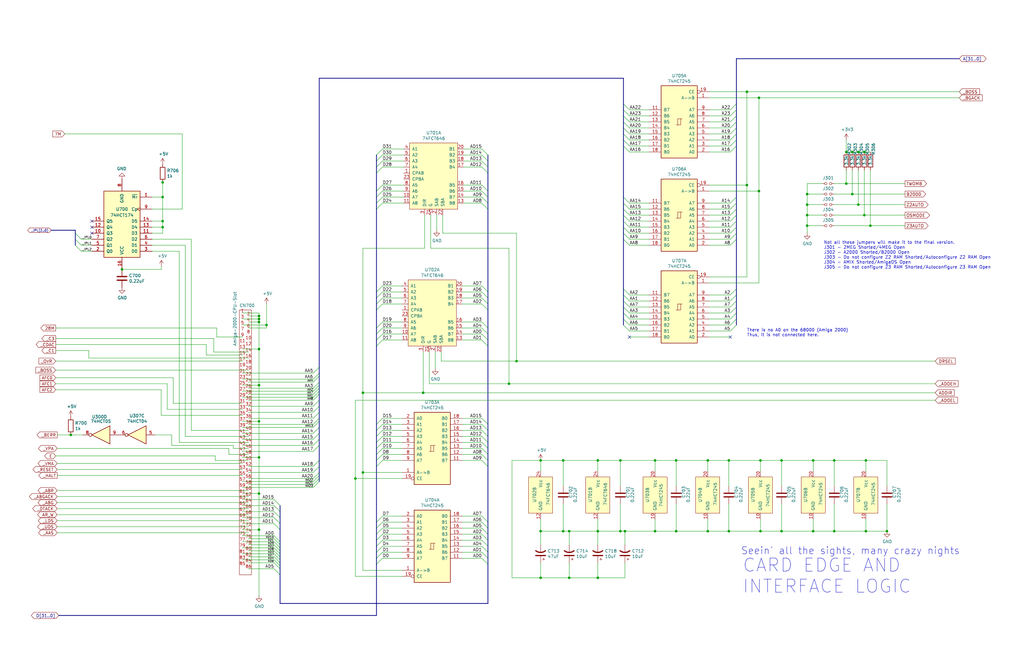
<source format=kicad_sch>
(kicad_sch (version 20211123) (generator eeschema)
  (paper "B")
  (junction (at 276.225 194.31))
  (junction (at 109.22 133.35))
  (junction (at 285.115 224.155))
  (junction (at 214.63 161.925))
  (junction (at 217.805 152.4))
  (junction (at 263.525 224.155))
  (junction (at 112.395 137.16))
  (junction (at 109.22 193.04))
  (junction (at 314.96 78.105))
  (junction (at 367.03 95.25))
  (junction (at 29.845 183.515))
  (junction (at 340.36 90.805))
  (junction (at 285.115 194.31))
  (junction (at 51.435 113.665))
  (junction (at 364.49 90.805))
  (junction (at 227.965 243.84))
  (junction (at 320.04 41.275))
  (junction (at 340.36 81.915))
  (junction (at 68.58 76.962))
  (junction (at 237.49 224.155))
  (junction (at 364.49 64.135))
  (junction (at 329.565 224.155))
  (junction (at 329.565 194.31))
  (junction (at 342.9 224.155))
  (junction (at 340.36 86.36))
  (junction (at 342.9 194.31))
  (junction (at 153.035 165.735))
  (junction (at 359.41 81.915))
  (junction (at 276.225 224.155))
  (junction (at 356.87 77.47))
  (junction (at 178.435 165.735))
  (junction (at 68.58 93.345))
  (junction (at 307.34 194.31))
  (junction (at 252.095 194.31))
  (junction (at 307.34 224.155))
  (junction (at 361.95 64.135))
  (junction (at 374.015 224.155))
  (junction (at 109.22 177.8))
  (junction (at 261.62 194.31))
  (junction (at 252.095 243.84))
  (junction (at 365.125 194.31))
  (junction (at 359.41 64.135))
  (junction (at 109.22 208.28))
  (junction (at 361.95 86.36))
  (junction (at 149.86 201.93))
  (junction (at 237.49 194.31))
  (junction (at 227.965 224.155))
  (junction (at 320.04 80.645))
  (junction (at 109.22 223.52))
  (junction (at 227.965 194.31))
  (junction (at 320.675 224.155))
  (junction (at 109.22 135.89))
  (junction (at 356.87 64.135))
  (junction (at 240.03 224.155))
  (junction (at 68.58 83.185))
  (junction (at 298.45 194.31))
  (junction (at 240.03 243.84))
  (junction (at 261.62 224.155))
  (junction (at 351.79 194.31))
  (junction (at 109.22 147.32))
  (junction (at 340.36 95.25))
  (junction (at 314.96 38.735))
  (junction (at 351.79 224.155))
  (junction (at 109.22 134.62))
  (junction (at 109.22 162.56))
  (junction (at 320.675 194.31))
  (junction (at 153.035 199.39))
  (junction (at 252.095 224.155))
  (junction (at 68.58 95.885))
  (junction (at 365.125 224.155))
  (junction (at 298.45 224.155))
  (no_connect (at 265.43 142.24))
  (no_connect (at 38.735 98.425))
  (no_connect (at 38.735 93.345))
  (no_connect (at 38.735 95.885))
  (no_connect (at 307.975 142.24))
  (bus_entry (at 265.43 98.425) (size -2.54 -2.54))
  (bus_entry (at 132.08 203.2) (size 2.54 -2.54))
  (bus_entry (at 132.08 187.96) (size 2.54 -2.54))
  (bus_entry (at 203.2 227.965) (size 2.54 2.54))
  (bus_entry (at 265.43 139.7) (size -2.54 -2.54))
  (bus_entry (at 161.29 125.73) (size -2.54 2.54))
  (bus_entry (at 307.975 95.885) (size 2.54 -2.54))
  (bus_entry (at 307.975 124.46) (size 2.54 -2.54))
  (bus_entry (at 132.08 190.5) (size 2.54 -2.54))
  (bus_entry (at 307.975 127) (size 2.54 -2.54))
  (bus_entry (at 307.975 53.975) (size 2.54 -2.54))
  (bus_entry (at 203.2 230.505) (size 2.54 2.54))
  (bus_entry (at 265.43 100.965) (size -2.54 -2.54))
  (bus_entry (at 265.43 137.16) (size -2.54 -2.54))
  (bus_entry (at 161.29 181.61) (size -2.54 2.54))
  (bus_entry (at 307.975 59.055) (size 2.54 -2.54))
  (bus_entry (at 203.2 233.045) (size 2.54 2.54))
  (bus_entry (at 161.29 220.345) (size -2.54 2.54))
  (bus_entry (at 265.43 64.135) (size -2.54 -2.54))
  (bus_entry (at 34.29 106.045) (size -2.54 -2.54))
  (bus_entry (at 115.57 210.82) (size 2.54 2.54))
  (bus_entry (at 203.2 189.23) (size 2.54 2.54))
  (bus_entry (at 203.2 83.185) (size 2.54 2.54))
  (bus_entry (at 161.29 230.505) (size -2.54 2.54))
  (bus_entry (at 161.29 135.89) (size -2.54 2.54))
  (bus_entry (at 265.43 48.895) (size -2.54 -2.54))
  (bus_entry (at 265.43 132.08) (size -2.54 -2.54))
  (bus_entry (at 132.08 196.85) (size 2.54 -2.54))
  (bus_entry (at 132.08 204.47) (size 2.54 -2.54))
  (bus_entry (at 203.2 65.405) (size 2.54 2.54))
  (bus_entry (at 115.57 229.87) (size 2.54 2.54))
  (bus_entry (at 307.975 51.435) (size 2.54 -2.54))
  (bus_entry (at 265.43 129.54) (size -2.54 -2.54))
  (bus_entry (at 115.57 240.03) (size 2.54 2.54))
  (bus_entry (at 161.29 235.585) (size -2.54 2.54))
  (bus_entry (at 203.2 143.51) (size 2.54 2.54))
  (bus_entry (at 203.2 181.61) (size 2.54 2.54))
  (bus_entry (at 262.89 100.965) (size 2.54 2.54))
  (bus_entry (at 265.43 90.805) (size -2.54 -2.54))
  (bus_entry (at 34.29 103.505) (size -2.54 -2.54))
  (bus_entry (at 115.57 228.6) (size 2.54 2.54))
  (bus_entry (at 203.2 70.485) (size 2.54 2.54))
  (bus_entry (at 132.08 166.37) (size 2.54 -2.54))
  (bus_entry (at 307.975 139.7) (size 2.54 -2.54))
  (bus_entry (at 203.2 222.885) (size 2.54 2.54))
  (bus_entry (at 132.08 173.99) (size 2.54 -2.54))
  (bus_entry (at 203.2 179.07) (size 2.54 2.54))
  (bus_entry (at 132.08 179.07) (size 2.54 -2.54))
  (bus_entry (at 161.29 80.645) (size -2.54 2.54))
  (bus_entry (at 265.43 53.975) (size -2.54 -2.54))
  (bus_entry (at 34.29 100.965) (size -2.54 -2.54))
  (bus_entry (at 203.2 62.865) (size 2.54 2.54))
  (bus_entry (at 161.29 222.885) (size -2.54 2.54))
  (bus_entry (at 203.2 220.345) (size 2.54 2.54))
  (bus_entry (at 161.29 179.07) (size -2.54 2.54))
  (bus_entry (at 115.57 237.49) (size 2.54 2.54))
  (bus_entry (at 161.29 176.53) (size -2.54 2.54))
  (bus_entry (at 115.57 232.41) (size 2.54 2.54))
  (bus_entry (at 132.08 185.42) (size 2.54 -2.54))
  (bus_entry (at 307.975 98.425) (size 2.54 -2.54))
  (bus_entry (at 132.08 161.29) (size 2.54 -2.54))
  (bus_entry (at 203.2 191.77) (size 2.54 2.54))
  (bus_entry (at 307.975 100.965) (size 2.54 -2.54))
  (bus_entry (at 307.975 93.345) (size 2.54 -2.54))
  (bus_entry (at 203.2 138.43) (size 2.54 2.54))
  (bus_entry (at 265.43 124.46) (size -2.54 -2.54))
  (bus_entry (at 307.975 46.355) (size 2.54 -2.54))
  (bus_entry (at 307.975 90.805) (size 2.54 -2.54))
  (bus_entry (at 307.975 103.505) (size 2.54 -2.54))
  (bus_entry (at 161.29 233.045) (size -2.54 2.54))
  (bus_entry (at 203.2 128.27) (size 2.54 2.54))
  (bus_entry (at 307.975 56.515) (size 2.54 -2.54))
  (bus_entry (at 203.2 123.19) (size 2.54 2.54))
  (bus_entry (at 203.2 140.97) (size 2.54 2.54))
  (bus_entry (at 265.43 59.055) (size -2.54 -2.54))
  (bus_entry (at 115.57 218.44) (size 2.54 2.54))
  (bus_entry (at 161.29 140.97) (size -2.54 2.54))
  (bus_entry (at 132.08 201.93) (size 2.54 -2.54))
  (bus_entry (at 161.29 85.725) (size -2.54 2.54))
  (bus_entry (at 161.29 186.69) (size -2.54 2.54))
  (bus_entry (at 132.08 182.88) (size 2.54 -2.54))
  (bus_entry (at 203.2 176.53) (size 2.54 2.54))
  (bus_entry (at 132.08 160.02) (size 2.54 -2.54))
  (bus_entry (at 161.29 143.51) (size -2.54 2.54))
  (bus_entry (at 203.2 80.645) (size 2.54 2.54))
  (bus_entry (at 161.29 83.185) (size -2.54 2.54))
  (bus_entry (at 265.43 134.62) (size -2.54 -2.54))
  (bus_entry (at 161.29 194.31) (size -2.54 2.54))
  (bus_entry (at 265.43 95.885) (size -2.54 -2.54))
  (bus_entry (at 265.43 88.265) (size -2.54 -2.54))
  (bus_entry (at 132.08 199.39) (size 2.54 -2.54))
  (bus_entry (at 203.2 120.65) (size 2.54 2.54))
  (bus_entry (at 115.57 227.33) (size 2.54 2.54))
  (bus_entry (at 161.29 123.19) (size -2.54 2.54))
  (bus_entry (at 265.43 85.725) (size -2.54 -2.54))
  (bus_entry (at 115.57 233.68) (size 2.54 2.54))
  (bus_entry (at 115.57 234.95) (size 2.54 2.54))
  (bus_entry (at 115.57 215.9) (size 2.54 2.54))
  (bus_entry (at 132.08 171.45) (size 2.54 -2.54))
  (bus_entry (at 161.29 225.425) (size -2.54 2.54))
  (bus_entry (at 161.29 138.43) (size -2.54 2.54))
  (bus_entry (at 161.29 67.945) (size -2.54 2.54))
  (bus_entry (at 203.2 186.69) (size 2.54 2.54))
  (bus_entry (at 132.08 176.53) (size 2.54 -2.54))
  (bus_entry (at 307.975 129.54) (size 2.54 -2.54))
  (bus_entry (at 161.29 128.27) (size -2.54 2.54))
  (bus_entry (at 161.29 227.965) (size -2.54 2.54))
  (bus_entry (at 265.43 127) (size -2.54 -2.54))
  (bus_entry (at 132.08 163.83) (size 2.54 -2.54))
  (bus_entry (at 161.29 184.15) (size -2.54 2.54))
  (bus_entry (at 265.43 51.435) (size -2.54 -2.54))
  (bus_entry (at 203.2 125.73) (size 2.54 2.54))
  (bus_entry (at 203.2 85.725) (size 2.54 2.54))
  (bus_entry (at 307.975 137.16) (size 2.54 -2.54))
  (bus_entry (at 132.08 168.91) (size 2.54 -2.54))
  (bus_entry (at 203.2 135.89) (size 2.54 2.54))
  (bus_entry (at 161.29 189.23) (size -2.54 2.54))
  (bus_entry (at 161.29 78.105) (size -2.54 2.54))
  (bus_entry (at 132.08 180.34) (size 2.54 -2.54))
  (bus_entry (at 161.29 65.405) (size -2.54 2.54))
  (bus_entry (at 307.975 64.135) (size 2.54 -2.54))
  (bus_entry (at 203.2 67.945) (size 2.54 2.54))
  (bus_entry (at 203.2 194.31) (size 2.54 2.54))
  (bus_entry (at 265.43 93.345) (size -2.54 -2.54))
  (bus_entry (at 115.57 231.14) (size 2.54 2.54))
  (bus_entry (at 307.975 88.265) (size 2.54 -2.54))
  (bus_entry (at 115.57 220.98) (size 2.54 2.54))
  (bus_entry (at 203.2 184.15) (size 2.54 2.54))
  (bus_entry (at 132.08 167.64) (size 2.54 -2.54))
  (bus_entry (at 115.57 236.22) (size 2.54 2.54))
  (bus_entry (at 307.975 48.895) (size 2.54 -2.54))
  (bus_entry (at 132.08 157.48) (size 2.54 -2.54))
  (bus_entry (at 132.08 165.1) (size 2.54 -2.54))
  (bus_entry (at 132.08 205.74) (size 2.54 -2.54))
  (bus_entry (at 161.29 191.77) (size -2.54 2.54))
  (bus_entry (at 203.2 217.805) (size 2.54 2.54))
  (bus_entry (at 307.975 85.725) (size 2.54 -2.54))
  (bus_entry (at 158.75 123.19) (size 2.54 -2.54))
  (bus_entry (at 115.57 213.36) (size 2.54 2.54))
  (bus_entry (at 203.2 235.585) (size 2.54 2.54))
  (bus_entry (at 158.75 65.405) (size 2.54 -2.54))
  (bus_entry (at 161.29 217.805) (size -2.54 2.54))
  (bus_entry (at 265.43 61.595) (size -2.54 -2.54))
  (bus_entry (at 203.2 78.105) (size 2.54 2.54))
  (bus_entry (at 265.43 56.515) (size -2.54 -2.54))
  (bus_entry (at 307.975 61.595) (size 2.54 -2.54))
  (bus_entry (at 265.43 46.355) (size -2.54 -2.54))
  (bus_entry (at 307.975 134.62) (size 2.54 -2.54))
  (bus_entry (at 307.975 132.08) (size 2.54 -2.54))
  (bus_entry (at 203.2 225.425) (size 2.54 2.54))
  (bus_entry (at 161.29 70.485) (size -2.54 2.54))
  (bus_entry (at 115.57 226.06) (size 2.54 2.54))
  (wire (pts (xy 273.685 142.24) (xy 265.43 142.24)))
  (bus (pts (xy 134.62 161.29) (xy 134.62 162.56)))
  (bus (pts (xy 205.74 194.31) (xy 205.74 196.85)))
  (bus (pts (xy 118.11 236.22) (xy 118.11 237.49)))
  (wire (pts (xy 273.685 95.885) (xy 265.43 95.885)))
  (wire (pts (xy 102.235 167.64) (xy 132.08 167.64)))
  (bus (pts (xy 118.11 220.98) (xy 118.11 223.52)))
  (wire (pts (xy 374.015 194.31) (xy 374.015 205.105)))
  (wire (pts (xy 96.52 189.23) (xy 24.13 189.23)))
  (bus (pts (xy 205.74 88.265) (xy 205.74 123.19)))
  (wire (pts (xy 169.545 140.97) (xy 161.29 140.97)))
  (wire (pts (xy 194.945 184.15) (xy 203.2 184.15)))
  (bus (pts (xy 158.75 80.645) (xy 158.75 83.185)))
  (bus (pts (xy 262.89 129.54) (xy 262.89 132.08)))
  (bus (pts (xy 158.75 235.585) (xy 158.75 238.125)))
  (wire (pts (xy 104.775 138.43) (xy 112.395 138.43)))
  (wire (pts (xy 194.945 227.965) (xy 203.2 227.965)))
  (wire (pts (xy 102.235 226.06) (xy 115.57 226.06)))
  (wire (pts (xy 169.545 143.51) (xy 161.29 143.51)))
  (bus (pts (xy 118.11 215.9) (xy 118.11 218.44)))
  (bus (pts (xy 134.62 163.83) (xy 134.62 165.1)))
  (bus (pts (xy 118.11 254.635) (xy 205.74 254.635)))
  (wire (pts (xy 104.775 156.21) (xy 23.495 156.21)))
  (bus (pts (xy 262.89 98.425) (xy 262.89 100.965)))
  (wire (pts (xy 109.22 132.08) (xy 109.22 133.35)))
  (wire (pts (xy 104.775 173.99) (xy 132.08 173.99)))
  (wire (pts (xy 365.125 198.755) (xy 365.125 194.31)))
  (wire (pts (xy 102.235 132.08) (xy 109.22 132.08)))
  (wire (pts (xy 153.035 199.39) (xy 153.035 240.665)))
  (wire (pts (xy 90.805 194.31) (xy 90.805 192.405)))
  (wire (pts (xy 273.685 88.265) (xy 265.43 88.265)))
  (wire (pts (xy 299.085 85.725) (xy 307.975 85.725)))
  (wire (pts (xy 320.675 194.31) (xy 329.565 194.31)))
  (wire (pts (xy 149.86 243.205) (xy 169.545 243.205)))
  (wire (pts (xy 90.17 142.875) (xy 90.17 148.59)))
  (wire (pts (xy 78.105 103.505) (xy 78.105 184.15)))
  (wire (pts (xy 112.395 137.16) (xy 112.395 128.27)))
  (wire (pts (xy 227.965 194.31) (xy 237.49 194.31)))
  (wire (pts (xy 299.085 53.975) (xy 307.975 53.975)))
  (wire (pts (xy 27.305 56.515) (xy 76.835 56.515)))
  (wire (pts (xy 276.225 194.31) (xy 285.115 194.31)))
  (wire (pts (xy 346.71 95.25) (xy 340.36 95.25)))
  (wire (pts (xy 276.225 198.755) (xy 276.225 194.31)))
  (bus (pts (xy 134.62 177.8) (xy 134.62 180.34)))
  (bus (pts (xy 262.89 90.805) (xy 262.89 93.345)))
  (wire (pts (xy 340.36 81.915) (xy 340.36 86.36)))
  (wire (pts (xy 102.235 187.96) (xy 132.08 187.96)))
  (wire (pts (xy 169.545 191.77) (xy 161.29 191.77)))
  (wire (pts (xy 169.545 179.07) (xy 161.29 179.07)))
  (wire (pts (xy 153.035 240.665) (xy 169.545 240.665)))
  (bus (pts (xy 310.515 53.975) (xy 310.515 56.515)))
  (wire (pts (xy 361.95 86.36) (xy 381.635 86.36)))
  (wire (pts (xy 102.235 198.12) (xy 24.13 198.12)))
  (bus (pts (xy 205.74 179.07) (xy 205.74 181.61)))
  (wire (pts (xy 102.235 236.22) (xy 115.57 236.22)))
  (wire (pts (xy 72.39 187.96) (xy 72.39 183.515)))
  (bus (pts (xy 310.515 51.435) (xy 310.515 53.975)))
  (wire (pts (xy 169.545 189.23) (xy 161.29 189.23)))
  (wire (pts (xy 104.775 191.77) (xy 96.52 191.77)))
  (wire (pts (xy 104.775 196.85) (xy 132.08 196.85)))
  (wire (pts (xy 195.58 70.485) (xy 203.2 70.485)))
  (wire (pts (xy 194.945 194.31) (xy 203.2 194.31)))
  (wire (pts (xy 170.18 70.485) (xy 161.29 70.485)))
  (wire (pts (xy 217.805 152.4) (xy 394.335 152.4)))
  (wire (pts (xy 340.36 95.25) (xy 340.36 98.425)))
  (wire (pts (xy 104.775 184.15) (xy 78.105 184.15)))
  (bus (pts (xy 118.11 228.6) (xy 118.11 229.87)))
  (bus (pts (xy 134.62 33.02) (xy 134.62 154.94)))
  (wire (pts (xy 169.545 186.69) (xy 161.29 186.69)))
  (wire (pts (xy 314.96 38.735) (xy 299.085 38.735)))
  (bus (pts (xy 205.74 140.97) (xy 205.74 143.51)))
  (wire (pts (xy 169.545 220.345) (xy 161.29 220.345)))
  (bus (pts (xy 262.89 95.885) (xy 262.89 98.425)))
  (wire (pts (xy 194.945 143.51) (xy 203.2 143.51)))
  (bus (pts (xy 310.515 95.885) (xy 310.515 98.425)))
  (wire (pts (xy 109.22 208.28) (xy 109.22 223.52)))
  (wire (pts (xy 149.86 201.93) (xy 149.86 243.205)))
  (bus (pts (xy 158.75 233.045) (xy 158.75 235.585)))
  (bus (pts (xy 262.89 85.725) (xy 262.89 88.265)))
  (wire (pts (xy 170.18 65.405) (xy 161.29 65.405)))
  (bus (pts (xy 31.75 98.425) (xy 31.75 100.965)))
  (wire (pts (xy 102.235 152.4) (xy 23.495 152.4)))
  (wire (pts (xy 340.36 86.36) (xy 340.36 90.805)))
  (wire (pts (xy 194.945 176.53) (xy 203.2 176.53)))
  (wire (pts (xy 23.495 164.465) (xy 67.945 164.465)))
  (bus (pts (xy 205.74 85.725) (xy 205.74 88.265)))
  (wire (pts (xy 351.79 95.25) (xy 367.03 95.25)))
  (bus (pts (xy 134.62 166.37) (xy 134.62 168.91)))
  (wire (pts (xy 342.9 198.755) (xy 342.9 194.31)))
  (wire (pts (xy 109.22 193.04) (xy 109.22 208.28)))
  (wire (pts (xy 346.71 90.805) (xy 340.36 90.805)))
  (bus (pts (xy 134.62 200.66) (xy 134.62 201.93)))
  (wire (pts (xy 104.775 217.17) (xy 24.13 217.17)))
  (wire (pts (xy 104.775 148.59) (xy 90.17 148.59)))
  (wire (pts (xy 102.235 180.34) (xy 132.08 180.34)))
  (wire (pts (xy 178.435 165.735) (xy 153.035 165.735)))
  (bus (pts (xy 262.89 51.435) (xy 262.89 53.975)))
  (bus (pts (xy 310.515 43.815) (xy 310.515 46.355)))
  (wire (pts (xy 91.44 138.43) (xy 23.495 138.43)))
  (bus (pts (xy 310.515 129.54) (xy 310.515 132.08)))
  (bus (pts (xy 262.89 33.02) (xy 134.62 33.02)))
  (wire (pts (xy 178.435 165.735) (xy 178.435 148.59)))
  (bus (pts (xy 158.75 70.485) (xy 158.75 73.025)))
  (wire (pts (xy 273.685 56.515) (xy 265.43 56.515)))
  (wire (pts (xy 299.085 132.08) (xy 307.975 132.08)))
  (bus (pts (xy 158.75 138.43) (xy 158.75 140.97)))
  (wire (pts (xy 102.235 172.72) (xy 70.485 172.72)))
  (wire (pts (xy 64.135 98.425) (xy 68.58 98.425)))
  (wire (pts (xy 285.115 224.155) (xy 298.45 224.155)))
  (wire (pts (xy 314.96 78.105) (xy 314.96 38.735)))
  (wire (pts (xy 109.22 162.56) (xy 109.22 177.8)))
  (wire (pts (xy 104.775 135.89) (xy 109.22 135.89)))
  (wire (pts (xy 68.58 95.885) (xy 68.58 98.425)))
  (bus (pts (xy 205.74 146.05) (xy 205.74 179.07)))
  (bus (pts (xy 158.75 128.27) (xy 158.75 130.81)))
  (wire (pts (xy 170.18 62.865) (xy 161.29 62.865)))
  (bus (pts (xy 31.75 97.155) (xy 31.75 98.425)))
  (wire (pts (xy 169.545 230.505) (xy 161.29 230.505)))
  (wire (pts (xy 307.975 142.24) (xy 299.085 142.24)))
  (wire (pts (xy 102.235 165.1) (xy 132.08 165.1)))
  (bus (pts (xy 158.75 196.85) (xy 158.75 220.345)))
  (bus (pts (xy 158.75 186.69) (xy 158.75 189.23)))
  (bus (pts (xy 205.74 67.945) (xy 205.74 70.485)))
  (wire (pts (xy 102.235 142.24) (xy 91.44 142.24)))
  (wire (pts (xy 102.235 220.98) (xy 115.57 220.98)))
  (wire (pts (xy 104.775 201.93) (xy 132.08 201.93)))
  (wire (pts (xy 273.685 61.595) (xy 265.43 61.595)))
  (wire (pts (xy 273.685 85.725) (xy 265.43 85.725)))
  (wire (pts (xy 104.775 207.01) (xy 24.13 207.01)))
  (bus (pts (xy 158.75 227.965) (xy 158.75 230.505)))
  (bus (pts (xy 118.11 240.03) (xy 118.11 242.57)))
  (wire (pts (xy 320.04 41.275) (xy 299.085 41.275)))
  (bus (pts (xy 205.74 225.425) (xy 205.74 227.965)))
  (wire (pts (xy 364.49 64.135) (xy 367.03 64.135)))
  (wire (pts (xy 299.085 98.425) (xy 307.975 98.425)))
  (wire (pts (xy 367.03 71.755) (xy 367.03 95.25)))
  (wire (pts (xy 109.22 133.35) (xy 109.22 134.62)))
  (wire (pts (xy 102.235 233.68) (xy 115.57 233.68)))
  (bus (pts (xy 134.62 180.34) (xy 134.62 182.88)))
  (bus (pts (xy 134.62 158.75) (xy 134.62 161.29)))
  (wire (pts (xy 102.235 193.04) (xy 109.22 193.04)))
  (wire (pts (xy 273.685 51.435) (xy 265.43 51.435)))
  (bus (pts (xy 262.89 121.92) (xy 262.89 124.46)))
  (wire (pts (xy 70.485 161.925) (xy 23.495 161.925)))
  (bus (pts (xy 158.75 67.945) (xy 158.75 70.485)))
  (wire (pts (xy 299.085 100.965) (xy 307.975 100.965)))
  (wire (pts (xy 51.435 113.665) (xy 68.072 113.665)))
  (bus (pts (xy 205.74 184.15) (xy 205.74 186.69)))
  (wire (pts (xy 70.485 172.72) (xy 70.485 161.925)))
  (wire (pts (xy 109.22 135.89) (xy 109.22 147.32)))
  (wire (pts (xy 346.71 77.47) (xy 340.36 77.47)))
  (bus (pts (xy 158.75 189.23) (xy 158.75 191.77)))
  (wire (pts (xy 320.675 198.755) (xy 320.675 194.31)))
  (wire (pts (xy 68.58 83.185) (xy 64.135 83.185)))
  (bus (pts (xy 134.62 199.39) (xy 134.62 200.66)))
  (wire (pts (xy 195.58 80.645) (xy 203.2 80.645)))
  (bus (pts (xy 158.75 220.345) (xy 158.75 222.885)))
  (wire (pts (xy 37.465 151.13) (xy 37.465 147.955)))
  (wire (pts (xy 169.545 184.15) (xy 161.29 184.15)))
  (wire (pts (xy 351.79 194.31) (xy 365.125 194.31)))
  (bus (pts (xy 310.515 61.595) (xy 310.515 83.185)))
  (wire (pts (xy 68.58 76.835) (xy 68.58 76.962)))
  (wire (pts (xy 252.095 224.155) (xy 261.62 224.155)))
  (wire (pts (xy 194.945 181.61) (xy 203.2 181.61)))
  (wire (pts (xy 102.235 203.2) (xy 132.08 203.2)))
  (wire (pts (xy 195.58 83.185) (xy 203.2 83.185)))
  (bus (pts (xy 310.515 134.62) (xy 310.515 137.16)))
  (bus (pts (xy 158.75 191.77) (xy 158.75 194.31)))
  (wire (pts (xy 299.085 93.345) (xy 307.975 93.345)))
  (wire (pts (xy 102.235 182.88) (xy 132.08 182.88)))
  (wire (pts (xy 214.63 161.925) (xy 180.975 161.925)))
  (bus (pts (xy 118.11 223.52) (xy 118.11 228.6)))
  (wire (pts (xy 240.03 229.87) (xy 240.03 224.155)))
  (wire (pts (xy 299.085 78.105) (xy 314.96 78.105)))
  (wire (pts (xy 346.71 86.36) (xy 340.36 86.36)))
  (wire (pts (xy 169.545 176.53) (xy 161.29 176.53)))
  (wire (pts (xy 102.235 137.16) (xy 112.395 137.16)))
  (wire (pts (xy 104.775 237.49) (xy 115.57 237.49)))
  (wire (pts (xy 170.18 78.105) (xy 161.29 78.105)))
  (wire (pts (xy 194.945 191.77) (xy 203.2 191.77)))
  (wire (pts (xy 299.085 56.515) (xy 307.975 56.515)))
  (wire (pts (xy 102.235 205.74) (xy 132.08 205.74)))
  (wire (pts (xy 195.58 85.725) (xy 203.2 85.725)))
  (wire (pts (xy 38.735 103.505) (xy 34.29 103.505)))
  (wire (pts (xy 261.62 194.31) (xy 276.225 194.31)))
  (wire (pts (xy 374.015 224.155) (xy 374.015 212.725)))
  (wire (pts (xy 153.035 165.735) (xy 153.035 104.775)))
  (wire (pts (xy 86.995 145.415) (xy 23.495 145.415)))
  (bus (pts (xy 310.515 127) (xy 310.515 129.54)))
  (wire (pts (xy 64.135 93.345) (xy 68.58 93.345)))
  (wire (pts (xy 237.49 224.155) (xy 240.03 224.155)))
  (wire (pts (xy 102.235 134.62) (xy 109.22 134.62)))
  (wire (pts (xy 194.945 220.345) (xy 203.2 220.345)))
  (wire (pts (xy 320.04 80.645) (xy 320.04 41.275)))
  (wire (pts (xy 64.135 95.885) (xy 68.58 95.885)))
  (wire (pts (xy 181.61 104.775) (xy 214.63 104.775)))
  (wire (pts (xy 217.805 152.4) (xy 186.055 152.4)))
  (wire (pts (xy 102.235 195.58) (xy 24.13 195.58)))
  (wire (pts (xy 23.495 159.385) (xy 73.025 159.385)))
  (wire (pts (xy 169.545 225.425) (xy 161.29 225.425)))
  (bus (pts (xy 118.11 238.76) (xy 118.11 240.03)))
  (wire (pts (xy 104.775 161.29) (xy 132.08 161.29)))
  (bus (pts (xy 310.515 121.92) (xy 310.515 124.46)))
  (wire (pts (xy 351.79 224.155) (xy 365.125 224.155)))
  (wire (pts (xy 299.085 124.46) (xy 307.975 124.46)))
  (bus (pts (xy 118.11 232.41) (xy 118.11 233.68)))
  (bus (pts (xy 205.74 80.645) (xy 205.74 83.185)))
  (wire (pts (xy 104.775 212.09) (xy 24.13 212.09)))
  (wire (pts (xy 169.545 135.89) (xy 161.29 135.89)))
  (bus (pts (xy 118.11 242.57) (xy 118.11 254.635)))
  (bus (pts (xy 205.74 70.485) (xy 205.74 73.025)))
  (bus (pts (xy 262.89 88.265) (xy 262.89 90.805)))
  (wire (pts (xy 320.675 224.155) (xy 329.565 224.155)))
  (wire (pts (xy 252.095 198.755) (xy 252.095 194.31)))
  (wire (pts (xy 195.58 67.945) (xy 203.2 67.945)))
  (bus (pts (xy 262.89 33.02) (xy 262.89 43.815)))
  (wire (pts (xy 102.235 157.48) (xy 132.08 157.48)))
  (bus (pts (xy 158.75 140.97) (xy 158.75 143.51)))
  (wire (pts (xy 340.36 77.47) (xy 340.36 81.915)))
  (wire (pts (xy 169.545 222.885) (xy 161.29 222.885)))
  (wire (pts (xy 102.235 175.26) (xy 67.945 175.26)))
  (wire (pts (xy 109.22 177.8) (xy 109.22 193.04)))
  (wire (pts (xy 68.58 76.962) (xy 68.58 83.185)))
  (bus (pts (xy 118.11 218.44) (xy 118.11 220.98)))
  (wire (pts (xy 314.96 116.84) (xy 314.96 78.105)))
  (bus (pts (xy 262.89 93.345) (xy 262.89 95.885)))
  (wire (pts (xy 240.03 243.84) (xy 252.095 243.84)))
  (bus (pts (xy 158.75 83.185) (xy 158.75 85.725)))
  (bus (pts (xy 310.515 85.725) (xy 310.515 88.265)))
  (bus (pts (xy 205.74 235.585) (xy 205.74 238.125)))
  (wire (pts (xy 104.775 224.79) (xy 24.13 224.79)))
  (wire (pts (xy 320.675 219.075) (xy 320.675 224.155)))
  (wire (pts (xy 263.525 224.155) (xy 276.225 224.155)))
  (wire (pts (xy 240.03 224.155) (xy 252.095 224.155)))
  (wire (pts (xy 329.565 194.31) (xy 342.9 194.31)))
  (bus (pts (xy 205.74 220.345) (xy 205.74 222.885)))
  (wire (pts (xy 104.775 209.55) (xy 24.13 209.55)))
  (wire (pts (xy 102.235 162.56) (xy 109.22 162.56)))
  (bus (pts (xy 118.11 231.14) (xy 118.11 232.41)))
  (wire (pts (xy 298.45 194.31) (xy 307.34 194.31)))
  (wire (pts (xy 194.945 189.23) (xy 203.2 189.23)))
  (bus (pts (xy 310.515 59.055) (xy 310.515 61.595)))
  (wire (pts (xy 104.775 229.87) (xy 115.57 229.87)))
  (bus (pts (xy 205.74 73.025) (xy 205.74 80.645)))
  (wire (pts (xy 298.45 219.075) (xy 298.45 224.155)))
  (wire (pts (xy 186.055 152.4) (xy 186.055 148.59)))
  (wire (pts (xy 194.945 235.585) (xy 203.2 235.585)))
  (bus (pts (xy 310.515 83.185) (xy 310.515 85.725)))
  (wire (pts (xy 169.545 125.73) (xy 161.29 125.73)))
  (wire (pts (xy 102.235 218.44) (xy 115.57 218.44)))
  (wire (pts (xy 273.685 53.975) (xy 265.43 53.975)))
  (wire (pts (xy 299.085 103.505) (xy 307.975 103.505)))
  (wire (pts (xy 320.04 41.275) (xy 404.495 41.275)))
  (bus (pts (xy 134.62 194.31) (xy 134.62 196.85)))
  (wire (pts (xy 299.085 61.595) (xy 307.975 61.595)))
  (wire (pts (xy 307.34 212.725) (xy 307.34 224.155)))
  (wire (pts (xy 104.775 199.39) (xy 132.08 199.39)))
  (wire (pts (xy 364.49 90.805) (xy 381.635 90.805)))
  (wire (pts (xy 273.685 59.055) (xy 265.43 59.055)))
  (wire (pts (xy 273.685 139.7) (xy 265.43 139.7)))
  (wire (pts (xy 261.62 205.105) (xy 261.62 194.31)))
  (bus (pts (xy 205.74 65.405) (xy 205.74 67.945)))
  (bus (pts (xy 310.515 88.265) (xy 310.515 90.805)))
  (wire (pts (xy 351.79 205.105) (xy 351.79 194.31)))
  (bus (pts (xy 262.89 124.46) (xy 262.89 127)))
  (bus (pts (xy 134.62 162.56) (xy 134.62 163.83)))
  (wire (pts (xy 215.9 194.31) (xy 227.965 194.31)))
  (wire (pts (xy 68.072 112.395) (xy 68.072 113.665)))
  (wire (pts (xy 104.775 214.63) (xy 24.13 214.63)))
  (wire (pts (xy 195.58 78.105) (xy 203.2 78.105)))
  (wire (pts (xy 68.58 93.345) (xy 68.58 95.885)))
  (wire (pts (xy 273.685 132.08) (xy 265.43 132.08)))
  (bus (pts (xy 205.74 196.85) (xy 205.74 220.345)))
  (wire (pts (xy 169.545 217.805) (xy 161.29 217.805)))
  (wire (pts (xy 169.545 199.39) (xy 153.035 199.39)))
  (bus (pts (xy 134.62 171.45) (xy 134.62 173.99)))
  (wire (pts (xy 195.58 62.865) (xy 203.2 62.865)))
  (wire (pts (xy 90.805 192.405) (xy 23.495 192.405)))
  (bus (pts (xy 205.74 143.51) (xy 205.74 146.05)))
  (wire (pts (xy 169.545 123.19) (xy 161.29 123.19)))
  (wire (pts (xy 217.805 98.425) (xy 217.805 152.4)))
  (bus (pts (xy 158.75 85.725) (xy 158.75 88.265)))
  (wire (pts (xy 227.965 198.755) (xy 227.965 194.31)))
  (wire (pts (xy 170.18 83.185) (xy 161.29 83.185)))
  (bus (pts (xy 262.89 56.515) (xy 262.89 59.055)))
  (wire (pts (xy 109.22 147.32) (xy 109.22 162.56)))
  (wire (pts (xy 38.735 106.045) (xy 34.29 106.045)))
  (wire (pts (xy 227.965 229.87) (xy 227.965 224.155)))
  (wire (pts (xy 153.035 165.735) (xy 153.035 199.39)))
  (wire (pts (xy 342.9 219.075) (xy 342.9 224.155)))
  (wire (pts (xy 351.79 86.36) (xy 361.95 86.36)))
  (bus (pts (xy 205.74 138.43) (xy 205.74 140.97)))
  (bus (pts (xy 205.74 227.965) (xy 205.74 230.505)))
  (wire (pts (xy 273.685 93.345) (xy 265.43 93.345)))
  (wire (pts (xy 252.095 229.87) (xy 252.095 224.155)))
  (bus (pts (xy 262.89 46.355) (xy 262.89 48.895)))
  (bus (pts (xy 158.75 65.405) (xy 158.75 67.945)))
  (wire (pts (xy 351.79 77.47) (xy 356.87 77.47)))
  (bus (pts (xy 205.74 222.885) (xy 205.74 225.425)))
  (wire (pts (xy 104.775 227.33) (xy 115.57 227.33)))
  (wire (pts (xy 273.685 98.425) (xy 265.43 98.425)))
  (wire (pts (xy 102.235 215.9) (xy 115.57 215.9)))
  (wire (pts (xy 361.95 64.135) (xy 364.49 64.135)))
  (bus (pts (xy 134.62 165.1) (xy 134.62 166.37)))
  (bus (pts (xy 158.75 259.715) (xy 24.765 259.715)))
  (bus (pts (xy 31.75 100.965) (xy 31.75 103.505)))
  (wire (pts (xy 98.425 187.96) (xy 72.39 187.96)))
  (wire (pts (xy 356.87 64.135) (xy 359.41 64.135)))
  (bus (pts (xy 205.74 233.045) (xy 205.74 235.585)))
  (wire (pts (xy 361.95 71.755) (xy 361.95 86.36)))
  (wire (pts (xy 276.225 224.155) (xy 285.115 224.155)))
  (wire (pts (xy 104.775 234.95) (xy 115.57 234.95)))
  (bus (pts (xy 134.62 182.88) (xy 134.62 185.42)))
  (wire (pts (xy 102.235 200.66) (xy 24.13 200.66)))
  (wire (pts (xy 285.115 205.105) (xy 285.115 194.31)))
  (wire (pts (xy 104.775 204.47) (xy 132.08 204.47)))
  (bus (pts (xy 158.75 146.05) (xy 158.75 179.07)))
  (wire (pts (xy 299.085 127) (xy 307.975 127)))
  (bus (pts (xy 134.62 201.93) (xy 134.62 203.2)))
  (bus (pts (xy 158.75 143.51) (xy 158.75 146.05)))
  (wire (pts (xy 359.41 81.915) (xy 381.635 81.915)))
  (wire (pts (xy 299.085 46.355) (xy 307.975 46.355)))
  (wire (pts (xy 64.135 106.045) (xy 75.565 106.045)))
  (wire (pts (xy 329.565 212.725) (xy 329.565 224.155)))
  (bus (pts (xy 205.74 238.125) (xy 205.74 254.635)))
  (wire (pts (xy 186.69 90.805) (xy 186.69 98.425)))
  (wire (pts (xy 23.495 142.875) (xy 90.17 142.875)))
  (wire (pts (xy 169.545 128.27) (xy 161.29 128.27)))
  (bus (pts (xy 205.74 189.23) (xy 205.74 191.77)))
  (wire (pts (xy 299.085 80.645) (xy 320.04 80.645)))
  (wire (pts (xy 38.735 100.965) (xy 34.29 100.965)))
  (wire (pts (xy 186.69 98.425) (xy 217.805 98.425)))
  (wire (pts (xy 342.9 194.31) (xy 351.79 194.31)))
  (wire (pts (xy 273.685 90.805) (xy 265.43 90.805)))
  (wire (pts (xy 169.545 138.43) (xy 161.29 138.43)))
  (bus (pts (xy 310.515 98.425) (xy 310.515 100.965)))
  (bus (pts (xy 158.75 125.73) (xy 158.75 128.27)))
  (wire (pts (xy 307.34 194.31) (xy 320.675 194.31)))
  (bus (pts (xy 205.74 125.73) (xy 205.74 128.27)))
  (wire (pts (xy 104.775 189.23) (xy 98.425 189.23)))
  (bus (pts (xy 205.74 130.81) (xy 205.74 138.43)))
  (wire (pts (xy 169.545 194.31) (xy 161.29 194.31)))
  (bus (pts (xy 262.89 83.185) (xy 262.89 85.725)))
  (wire (pts (xy 359.41 64.135) (xy 361.95 64.135)))
  (wire (pts (xy 356.87 77.47) (xy 381.635 77.47)))
  (wire (pts (xy 102.235 213.36) (xy 115.57 213.36)))
  (wire (pts (xy 356.87 59.055) (xy 356.87 64.135)))
  (wire (pts (xy 214.63 161.925) (xy 394.335 161.925)))
  (bus (pts (xy 310.515 24.765) (xy 310.515 43.815)))
  (wire (pts (xy 276.225 219.075) (xy 276.225 224.155)))
  (wire (pts (xy 169.545 181.61) (xy 161.29 181.61)))
  (bus (pts (xy 118.11 229.87) (xy 118.11 231.14)))
  (wire (pts (xy 299.085 137.16) (xy 307.975 137.16)))
  (wire (pts (xy 170.18 85.725) (xy 161.29 85.725)))
  (wire (pts (xy 104.775 219.71) (xy 24.13 219.71)))
  (wire (pts (xy 102.235 147.32) (xy 109.22 147.32)))
  (wire (pts (xy 261.62 224.155) (xy 263.525 224.155)))
  (wire (pts (xy 149.86 168.91) (xy 394.335 168.91)))
  (bus (pts (xy 158.75 123.19) (xy 158.75 125.73)))
  (wire (pts (xy 265.43 103.505) (xy 273.685 103.505)))
  (wire (pts (xy 299.085 116.84) (xy 314.96 116.84)))
  (wire (pts (xy 240.03 237.49) (xy 240.03 243.84)))
  (bus (pts (xy 158.75 184.15) (xy 158.75 186.69)))
  (wire (pts (xy 364.49 71.755) (xy 364.49 90.805)))
  (wire (pts (xy 194.945 186.69) (xy 203.2 186.69)))
  (wire (pts (xy 273.685 127) (xy 265.43 127)))
  (wire (pts (xy 285.115 194.31) (xy 298.45 194.31)))
  (wire (pts (xy 252.095 194.31) (xy 261.62 194.31)))
  (wire (pts (xy 181.61 90.805) (xy 181.61 104.775)))
  (wire (pts (xy 102.235 223.52) (xy 109.22 223.52)))
  (wire (pts (xy 299.085 119.38) (xy 320.04 119.38)))
  (bus (pts (xy 310.515 48.895) (xy 310.515 51.435)))
  (wire (pts (xy 178.435 165.735) (xy 394.335 165.735)))
  (bus (pts (xy 134.62 157.48) (xy 134.62 158.75)))
  (wire (pts (xy 194.945 140.97) (xy 203.2 140.97)))
  (wire (pts (xy 273.685 100.965) (xy 265.43 100.965)))
  (wire (pts (xy 237.49 205.105) (xy 237.49 194.31)))
  (wire (pts (xy 298.45 224.155) (xy 307.34 224.155)))
  (wire (pts (xy 365.125 219.075) (xy 365.125 224.155)))
  (wire (pts (xy 104.775 171.45) (xy 132.08 171.45)))
  (wire (pts (xy 109.22 134.62) (xy 109.22 135.89)))
  (wire (pts (xy 194.945 233.045) (xy 203.2 233.045)))
  (wire (pts (xy 102.235 208.28) (xy 109.22 208.28)))
  (wire (pts (xy 86.995 149.86) (xy 86.995 145.415)))
  (bus (pts (xy 158.75 194.31) (xy 158.75 196.85)))
  (bus (pts (xy 158.75 73.025) (xy 158.75 80.645)))
  (wire (pts (xy 285.115 212.725) (xy 285.115 224.155)))
  (wire (pts (xy 76.835 56.515) (xy 76.835 88.265)))
  (bus (pts (xy 310.515 46.355) (xy 310.515 48.895)))
  (bus (pts (xy 310.515 93.345) (xy 310.515 95.885)))
  (wire (pts (xy 73.025 159.385) (xy 73.025 170.18)))
  (wire (pts (xy 195.58 65.405) (xy 203.2 65.405)))
  (bus (pts (xy 205.74 230.505) (xy 205.74 233.045)))
  (wire (pts (xy 194.945 138.43) (xy 203.2 138.43)))
  (wire (pts (xy 37.465 151.13) (xy 104.775 151.13)))
  (bus (pts (xy 134.62 187.96) (xy 134.62 194.31)))
  (wire (pts (xy 112.395 138.43) (xy 112.395 137.16)))
  (bus (pts (xy 262.89 59.055) (xy 262.89 61.595)))
  (bus (pts (xy 134.62 185.42) (xy 134.62 187.96)))
  (wire (pts (xy 261.62 212.725) (xy 261.62 224.155)))
  (wire (pts (xy 365.125 194.31) (xy 374.015 194.31)))
  (wire (pts (xy 80.645 100.965) (xy 80.645 181.61)))
  (wire (pts (xy 104.775 240.03) (xy 115.57 240.03)))
  (wire (pts (xy 169.545 201.93) (xy 149.86 201.93)))
  (wire (pts (xy 104.775 133.35) (xy 109.22 133.35)))
  (wire (pts (xy 104.775 176.53) (xy 132.08 176.53)))
  (wire (pts (xy 104.775 222.25) (xy 24.13 222.25)))
  (wire (pts (xy 194.945 135.89) (xy 203.2 135.89)))
  (bus (pts (xy 310.515 90.805) (xy 310.515 93.345)))
  (wire (pts (xy 104.775 186.69) (xy 75.565 186.69)))
  (wire (pts (xy 365.125 224.155) (xy 374.015 224.155)))
  (wire (pts (xy 273.685 46.355) (xy 265.43 46.355)))
  (wire (pts (xy 215.9 243.84) (xy 215.9 194.31)))
  (wire (pts (xy 299.085 90.805) (xy 307.975 90.805)))
  (wire (pts (xy 183.515 148.59) (xy 183.515 155.575)))
  (wire (pts (xy 37.465 147.955) (xy 23.495 147.955)))
  (bus (pts (xy 134.62 173.99) (xy 134.62 176.53)))
  (wire (pts (xy 314.96 38.735) (xy 404.495 38.735)))
  (wire (pts (xy 194.945 123.19) (xy 203.2 123.19)))
  (wire (pts (xy 153.035 104.775) (xy 179.07 104.775)))
  (bus (pts (xy 262.89 127) (xy 262.89 129.54)))
  (wire (pts (xy 102.235 185.42) (xy 132.08 185.42)))
  (wire (pts (xy 104.775 194.31) (xy 90.805 194.31)))
  (wire (pts (xy 169.545 233.045) (xy 161.29 233.045)))
  (wire (pts (xy 104.775 163.83) (xy 132.08 163.83)))
  (bus (pts (xy 205.74 181.61) (xy 205.74 184.15)))
  (wire (pts (xy 227.965 243.84) (xy 215.9 243.84)))
  (wire (pts (xy 180.975 161.925) (xy 180.975 148.59)))
  (wire (pts (xy 273.685 129.54) (xy 265.43 129.54)))
  (wire (pts (xy 299.085 51.435) (xy 307.975 51.435)))
  (wire (pts (xy 102.235 190.5) (xy 132.08 190.5)))
  (bus (pts (xy 205.74 191.77) (xy 205.74 194.31)))
  (wire (pts (xy 64.135 103.505) (xy 78.105 103.505)))
  (wire (pts (xy 169.545 227.965) (xy 161.29 227.965)))
  (bus (pts (xy 310.515 124.46) (xy 310.515 127)))
  (wire (pts (xy 170.18 80.645) (xy 161.29 80.645)))
  (wire (pts (xy 179.07 90.805) (xy 179.07 104.775)))
  (bus (pts (xy 158.75 88.265) (xy 158.75 123.19)))
  (wire (pts (xy 359.41 71.755) (xy 359.41 81.915)))
  (wire (pts (xy 194.945 225.425) (xy 203.2 225.425)))
  (wire (pts (xy 102.235 160.02) (xy 132.08 160.02)))
  (bus (pts (xy 310.515 132.08) (xy 310.515 134.62)))
  (wire (pts (xy 351.79 81.915) (xy 359.41 81.915)))
  (wire (pts (xy 263.525 243.84) (xy 263.525 237.49)))
  (bus (pts (xy 158.75 238.125) (xy 158.75 259.715)))
  (wire (pts (xy 86.995 149.86) (xy 102.235 149.86)))
  (bus (pts (xy 158.75 181.61) (xy 158.75 184.15)))
  (wire (pts (xy 273.685 48.895) (xy 265.43 48.895)))
  (wire (pts (xy 169.545 120.65) (xy 161.29 120.65)))
  (wire (pts (xy 351.79 90.805) (xy 364.49 90.805)))
  (wire (pts (xy 96.52 191.77) (xy 96.52 189.23)))
  (wire (pts (xy 194.945 179.07) (xy 203.2 179.07)))
  (wire (pts (xy 299.085 48.895) (xy 307.975 48.895)))
  (wire (pts (xy 227.965 224.155) (xy 237.49 224.155)))
  (wire (pts (xy 227.965 243.84) (xy 240.03 243.84)))
  (wire (pts (xy 227.965 219.075) (xy 227.965 224.155)))
  (bus (pts (xy 158.75 179.07) (xy 158.75 181.61)))
  (wire (pts (xy 109.22 223.52) (xy 109.22 251.46)))
  (wire (pts (xy 64.135 100.965) (xy 80.645 100.965)))
  (wire (pts (xy 299.085 134.62) (xy 307.975 134.62)))
  (wire (pts (xy 299.085 88.265) (xy 307.975 88.265)))
  (wire (pts (xy 299.085 95.885) (xy 307.975 95.885)))
  (wire (pts (xy 298.45 198.755) (xy 298.45 194.31)))
  (wire (pts (xy 263.525 229.87) (xy 263.525 224.155)))
  (wire (pts (xy 104.775 168.91) (xy 132.08 168.91)))
  (bus (pts (xy 310.515 56.515) (xy 310.515 59.055)))
  (wire (pts (xy 214.63 104.775) (xy 214.63 161.925)))
  (wire (pts (xy 194.945 230.505) (xy 203.2 230.505)))
  (bus (pts (xy 31.75 97.155) (xy 21.59 97.155)))
  (wire (pts (xy 252.095 237.49) (xy 252.095 243.84)))
  (wire (pts (xy 102.235 210.82) (xy 115.57 210.82)))
  (wire (pts (xy 351.79 212.725) (xy 351.79 224.155)))
  (bus (pts (xy 118.11 213.36) (xy 118.11 215.9)))
  (wire (pts (xy 307.34 224.155) (xy 320.675 224.155)))
  (bus (pts (xy 134.62 176.53) (xy 134.62 177.8)))
  (wire (pts (xy 68.58 93.345) (xy 68.58 83.185)))
  (bus (pts (xy 262.89 61.595) (xy 262.89 83.185)))
  (wire (pts (xy 102.235 228.6) (xy 115.57 228.6)))
  (wire (pts (xy 67.945 164.465) (xy 67.945 175.26)))
  (bus (pts (xy 262.89 48.895) (xy 262.89 51.435)))
  (wire (pts (xy 320.04 119.38) (xy 320.04 80.645)))
  (bus (pts (xy 262.89 53.975) (xy 262.89 56.515)))
  (bus (pts (xy 205.74 186.69) (xy 205.74 189.23)))
  (wire (pts (xy 273.685 137.16) (xy 265.43 137.16)))
  (wire (pts (xy 329.565 224.155) (xy 342.9 224.155)))
  (bus (pts (xy 262.89 132.08) (xy 262.89 134.62)))
  (wire (pts (xy 237.49 194.31) (xy 252.095 194.31)))
  (bus (pts (xy 205.74 123.19) (xy 205.74 125.73)))
  (wire (pts (xy 104.775 232.41) (xy 115.57 232.41)))
  (wire (pts (xy 299.085 59.055) (xy 307.975 59.055)))
  (wire (pts (xy 98.425 189.23) (xy 98.425 187.96)))
  (bus (pts (xy 118.11 234.95) (xy 118.11 236.22)))
  (wire (pts (xy 194.945 217.805) (xy 203.2 217.805)))
  (wire (pts (xy 29.845 183.515) (xy 24.13 183.515)))
  (wire (pts (xy 329.565 205.105) (xy 329.565 194.31)))
  (wire (pts (xy 184.15 90.805) (xy 184.15 97.155)))
  (wire (pts (xy 367.03 95.25) (xy 381.635 95.25)))
  (wire (pts (xy 170.18 67.945) (xy 161.29 67.945)))
  (bus (pts (xy 205.74 128.27) (xy 205.74 130.81)))
  (wire (pts (xy 252.095 219.075) (xy 252.095 224.155)))
  (wire (pts (xy 346.71 81.915) (xy 340.36 81.915)))
  (bus (pts (xy 118.11 237.49) (xy 118.11 238.76)))
  (wire (pts (xy 102.235 231.14) (xy 115.57 231.14)))
  (bus (pts (xy 134.62 168.91) (xy 134.62 171.45)))
  (wire (pts (xy 227.965 237.49) (xy 227.965 243.84)))
  (bus (pts (xy 158.75 230.505) (xy 158.75 233.045)))
  (wire (pts (xy 342.9 224.155) (xy 351.79 224.155)))
  (bus (pts (xy 404.495 24.765) (xy 310.515 24.765)))
  (wire (pts (xy 102.235 170.18) (xy 73.025 170.18)))
  (bus (pts (xy 158.75 222.885) (xy 158.75 225.425)))
  (bus (pts (xy 134.62 196.85) (xy 134.62 199.39)))
  (wire (pts (xy 194.945 128.27) (xy 203.2 128.27)))
  (wire (pts (xy 237.49 212.725) (xy 237.49 224.155)))
  (bus (pts (xy 158.75 225.425) (xy 158.75 227.965)))
  (wire (pts (xy 169.545 235.585) (xy 161.29 235.585)))
  (wire (pts (xy 307.34 205.105) (xy 307.34 194.31)))
  (wire (pts (xy 252.095 243.84) (xy 263.525 243.84)))
  (wire (pts (xy 34.925 183.515) (xy 29.845 183.515)))
  (bus (pts (xy 262.89 134.62) (xy 262.89 137.16)))
  (wire (pts (xy 299.085 129.54) (xy 307.975 129.54)))
  (wire (pts (xy 273.685 134.62) (xy 265.43 134.62)))
  (wire (pts (xy 356.87 71.755) (xy 356.87 77.47)))
  (wire (pts (xy 72.39 183.515) (xy 65.405 183.515)))
  (wire (pts (xy 194.945 125.73) (xy 203.2 125.73)))
  (wire (pts (xy 91.44 142.24) (xy 91.44 138.43)))
  (wire (pts (xy 75.565 106.045) (xy 75.565 186.69)))
  (wire (pts (xy 299.085 139.7) (xy 307.975 139.7)))
  (wire (pts (xy 273.685 64.135) (xy 265.43 64.135)))
  (bus (pts (xy 262.89 43.815) (xy 262.89 46.355)))
  (bus (pts (xy 205.74 83.185) (xy 205.74 85.725)))
  (bus (pts (xy 118.11 233.68) (xy 118.11 234.95)))
  (wire (pts (xy 102.235 177.8) (xy 109.22 177.8)))
  (wire (pts (xy 299.085 64.135) (xy 307.975 64.135)))
  (bus (pts (xy 310.515 100.965) (xy 310.515 121.92)))
  (bus (pts (xy 158.75 130.81) (xy 158.75 138.43)))
  (wire (pts (xy 149.86 201.93) (xy 149.86 168.91)))
  (wire (pts (xy 104.775 166.37) (xy 132.08 166.37)))
  (bus (pts (xy 262.89 100.965) (xy 262.89 121.92)))
  (wire (pts (xy 194.945 222.885) (xy 203.2 222.885)))
  (wire (pts (xy 273.685 124.46) (xy 265.43 124.46)))
  (wire (pts (xy 194.945 120.65) (xy 203.2 120.65)))
  (wire (pts (xy 340.36 90.805) (xy 340.36 95.25)))
  (wire (pts (xy 64.135 88.265) (xy 76.835 88.265)))
  (wire (pts (xy 104.775 181.61) (xy 80.645 181.61)))
  (bus (pts (xy 134.62 154.94) (xy 134.62 157.48)))
  (wire (pts (xy 104.775 179.07) (xy 132.08 179.07)))
  (text "Seein' all the sights, many crazy nights" (at 312.42 234.315 0) (effects (font (size 2.9972 2.9972)) (justify left bottom)))
  (text "Not all these jumpers will make it to the final version.\nJ301 - 2MEG Shorted/4MEG Open\nJ302 - A2000 Shorted/B2000 Open\nJ303 - Do not configure Z2 RAM Shorted/Autoconfigure Z2 RAM Open\nJ304 - AMIX Shorted/AmigaOS Open\nJ305 - Do not configure Z3 RAM Shorted/Autoconfigure Z3 RAM Open" (at 347.345 113.665 0) (effects (font (size 1.2954 1.2954)) (justify left bottom)))
  (text "There is no A0 on the 68000 (Amiga 2000)\nThus, it is not connected here." (at 314.96 142.24 0) (effects (font (size 1.27 1.27)) (justify left bottom)))
  (text "CARD EDGE AND\nINTERFACE LOGIC" (at 313.055 250.825 0) (effects (font (size 5.5118 5.5118)) (justify left bottom)))
  (label "AA23" (at 265.43 48.895 0) (effects (font (size 1.2954 1.2954))))
  (label "AA3" (at 265.43 132.08 0) (effects (font (size 1.2954 1.2954))))
  (label "D8" (at 161.29 191.77 0) (effects (font (size 1.2954 1.2954))))
  (label "A2" (at 307.975 124.46 180) (effects (font (size 1.2954 1.2954))))
  (label "AA5" (at 132.08 157.48 180) (effects (font (size 1.2954 1.2954))))
  (label "AA13" (at 132.08 180.34 180) (effects (font (size 0.889 0.889))))
  (label "A13" (at 307.975 90.805 180) (effects (font (size 1.2954 1.2954))))
  (label "AD10" (at 115.57 227.33 180) (effects (font (size 0.889 0.889))))
  (label "D12" (at 161.29 184.15 0) (effects (font (size 1.2954 1.2954))))
  (label "AA2" (at 132.08 165.1 180) (effects (font (size 0.889 0.889))))
  (label "AD8" (at 203.2 191.77 180) (effects (font (size 1.2954 1.2954))))
  (label "AA20" (at 265.43 53.975 0) (effects (font (size 1.2954 1.2954))))
  (label "AD12" (at 203.2 70.485 180) (effects (font (size 1.2954 1.2954))))
  (label "AD0" (at 203.2 140.97 180) (effects (font (size 1.2954 1.2954))))
  (label "D21" (at 161.29 125.73 0) (effects (font (size 1.2954 1.2954))))
  (label "AD14" (at 203.2 179.07 180) (effects (font (size 1.2954 1.2954))))
  (label "D15" (at 161.29 176.53 0) (effects (font (size 1.2954 1.2954))))
  (label "AA10" (at 132.08 173.99 180) (effects (font (size 1.2954 1.2954))))
  (label "AA22" (at 265.43 46.355 0) (effects (font (size 1.2954 1.2954))))
  (label "AD4" (at 203.2 138.43 180) (effects (font (size 1.2954 1.2954))))
  (label "AA16" (at 132.08 187.96 180) (effects (font (size 1.2954 1.2954))))
  (label "A18" (at 307.975 59.055 180) (effects (font (size 1.2954 1.2954))))
  (label "A3" (at 307.975 132.08 180) (effects (font (size 1.2954 1.2954))))
  (label "AA11" (at 132.08 176.53 180) (effects (font (size 1.2954 1.2954))))
  (label "AA10" (at 265.43 98.425 0) (effects (font (size 1.2954 1.2954))))
  (label "D13" (at 161.29 181.61 0) (effects (font (size 1.2954 1.2954))))
  (label "A11" (at 307.975 95.885 180) (effects (font (size 1.2954 1.2954))))
  (label "A9" (at 307.975 100.965 180) (effects (font (size 1.2954 1.2954))))
  (label "AD4" (at 203.2 230.505 180) (effects (font (size 1.2954 1.2954))))
  (label "AA3" (at 132.08 163.83 180) (effects (font (size 1.2954 1.2954))))
  (label "A14" (at 307.975 85.725 180) (effects (font (size 1.2954 1.2954))))
  (label "AA21" (at 132.08 204.47 180) (effects (font (size 0.889 0.889))))
  (label "AD4" (at 115.57 236.22 180) (effects (font (size 0.889 0.889))))
  (label "AA4" (at 265.43 134.62 0) (effects (font (size 1.2954 1.2954))))
  (label "AD5" (at 203.2 125.73 180) (effects (font (size 1.2954 1.2954))))
  (label "AA14" (at 132.08 182.88 180) (effects (font (size 1.2954 1.2954))))
  (label "AA1" (at 132.08 167.64 180) (effects (font (size 0.889 0.889))))
  (label "D10" (at 161.29 189.23 0) (effects (font (size 1.2954 1.2954))))
  (label "AA7" (at 132.08 166.37 180) (effects (font (size 0.889 0.889))))
  (label "D20" (at 161.29 138.43 0) (effects (font (size 1.2954 1.2954))))
  (label "AD0" (at 203.2 235.585 180) (effects (font (size 1.2954 1.2954))))
  (label "D0" (at 161.29 235.585 0) (effects (font (size 1.2954 1.2954))))
  (label "AD3" (at 203.2 135.89 180) (effects (font (size 1.2954 1.2954))))
  (label "AD3" (at 203.2 227.965 180) (effects (font (size 1.2954 1.2954))))
  (label "AD13" (at 115.57 215.9 180))
  (label "AD6" (at 203.2 123.19 180) (effects (font (size 1.2954 1.2954))))
  (label "AD5" (at 203.2 222.885 180) (effects (font (size 1.2954 1.2954))))
  (label "AD12" (at 203.2 184.15 180) (effects (font (size 1.2954 1.2954))))
  (label "AA6" (at 265.43 137.16 0) (effects (font (size 1.2954 1.2954))))
  (label "A21" (at 307.975 51.435 180) (effects (font (size 1.2954 1.2954))))
  (label "A12" (at 307.975 93.345 180) (effects (font (size 1.2954 1.2954))))
  (label "AA4" (at 132.08 161.29 180) (effects (font (size 0.889 0.889))))
  (label "AD14" (at 115.57 213.36 180))
  (label "AD7" (at 115.57 234.95 180) (effects (font (size 0.889 0.889))))
  (label "A10" (at 307.975 98.425 180) (effects (font (size 1.2954 1.2954))))
  (label "AD7" (at 203.2 120.65 180) (effects (font (size 1.2954 1.2954))))
  (label "AA20" (at 132.08 201.93 180) (effects (font (size 1.2954 1.2954))))
  (label "AA9" (at 265.43 100.965 0) (effects (font (size 1.2954 1.2954))))
  (label "AA23" (at 132.08 205.74 180) (effects (font (size 0.889 0.889))))
  (label "A17" (at 307.975 61.595 180) (effects (font (size 1.2954 1.2954))))
  (label "D22" (at 161.29 123.19 0) (effects (font (size 1.2954 1.2954))))
  (label "A4" (at 307.975 134.62 180) (effects (font (size 1.2954 1.2954))))
  (label "AD0" (at 115.57 226.06 180))
  (label "D16" (at 161.29 140.97 0) (effects (font (size 1.2954 1.2954))))
  (label "A6" (at 307.975 137.16 180) (effects (font (size 1.2954 1.2954))))
  (label "AD6" (at 115.57 237.49 180) (effects (font (size 0.889 0.889))))
  (label "AA11" (at 265.43 95.885 0) (effects (font (size 1.2954 1.2954))))
  (label "AD10" (at 203.2 189.23 180) (effects (font (size 1.2954 1.2954))))
  (label "AA19" (at 132.08 199.39 180) (effects (font (size 1.2954 1.2954))))
  (label "A5" (at 307.975 139.7 180) (effects (font (size 1.2954 1.2954))))
  (label "AD11" (at 203.2 78.105 180) (effects (font (size 1.2954 1.2954))))
  (label "AD10" (at 203.2 80.645 180) (effects (font (size 1.2954 1.2954))))
  (label "AA8" (at 265.43 103.505 0) (effects (font (size 1.2954 1.2954))))
  (label "AA21" (at 265.43 51.435 0) (effects (font (size 1.2954 1.2954))))
  (label "AD8" (at 115.57 232.41 180) (effects (font (size 0.889 0.889))))
  (label "AA8" (at 132.08 168.91 180) (effects (font (size 0.889 0.889))))
  (label "A19" (at 307.975 56.515 180) (effects (font (size 1.2954 1.2954))))
  (label "AA5" (at 265.43 139.7 0) (effects (font (size 1.2954 1.2954))))
  (label "AD7" (at 203.2 217.805 180) (effects (font (size 1.2954 1.2954))))
  (label "AA9" (at 132.08 171.45 180) (effects (font (size 1.2954 1.2954))))
  (label "D19" (at 161.29 135.89 0) (effects (font (size 1.2954 1.2954))))
  (label "AA18" (at 265.43 59.055 0) (effects (font (size 1.2954 1.2954))))
  (label "AA7" (at 265.43 129.54 0) (effects (font (size 1.2954 1.2954))))
  (label "D30" (at 161.29 65.405 0) (effects (font (size 1.2954 1.2954))))
  (label "D4" (at 161.29 230.505 0) (effects (font (size 1.2954 1.2954))))
  (label "AA12" (at 132.08 179.07 180) (effects (font (size 1.2954 1.2954))))
  (label "AD13" (at 203.2 67.945 180) (effects (font (size 1.2954 1.2954))))
  (label "D6" (at 161.29 220.345 0) (effects (font (size 1.2954 1.2954))))
  (label "AD5" (at 115.57 240.03 180))
  (label "AD2" (at 203.2 128.27 180) (effects (font (size 1.2954 1.2954))))
  (label "D23" (at 161.29 120.65 0) (effects (font (size 1.2954 1.2954))))
  (label "AD2" (at 115.57 231.14 180) (effects (font (size 0.889 0.889))))
  (label "D5" (at 161.29 222.885 0) (effects (font (size 1.2954 1.2954))))
  (label "AA22" (at 132.08 203.2 180) (effects (font (size 0.889 0.889))))
  (label "AA15" (at 132.08 185.42 180) (effects (font (size 1.2954 1.2954))))
  (label "AA13" (at 265.43 90.805 0) (effects (font (size 1.2954 1.2954))))
  (label "AD11" (at 115.57 220.98 180))
  (label "D31" (at 161.29 62.865 0) (effects (font (size 1.2954 1.2954))))
  (label "AA6" (at 132.08 160.02 180) (effects (font (size 1.2954 1.2954))))
  (label "AA12" (at 265.43 93.345 0) (effects (font (size 1.2954 1.2954))))
  (label "A1" (at 307.975 127 180) (effects (font (size 1.2954 1.2954))))
  (label "AA17" (at 265.43 61.595 0) (effects (font (size 1.2954 1.2954))))
  (label "AD2" (at 203.2 225.425 180) (effects (font (size 1.2954 1.2954))))
  (label "AD1" (at 115.57 228.6 180) (effects (font (size 0.889 0.889))))
  (label "D11" (at 161.29 186.69 0) (effects (font (size 1.2954 1.2954))))
  (label "AD11" (at 203.2 186.69 180) (effects (font (size 1.2954 1.2954))))
  (label "D27" (at 161.29 78.105 0) (effects (font (size 1.2954 1.2954))))
  (label "AA1" (at 265.43 127 0) (effects (font (size 1.2954 1.2954))))
  (label "_IPL1" (at 38.735 103.505 180) (effects (font (size 0.9906 0.9906))))
  (label "D24" (at 161.29 85.725 0) (effects (font (size 1.2954 1.2954))))
  (label "AD13" (at 203.2 181.61 180) (effects (font (size 1.2954 1.2954))))
  (label "_IPL2" (at 38.735 106.045 180) (effects (font (size 0.9906 0.9906))))
  (label "AD15" (at 203.2 176.53 180) (effects (font (size 1.2954 1.2954))))
  (label "AD15" (at 115.57 210.82 180))
  (label "AA15" (at 265.43 88.265 0) (effects (font (size 1.2954 1.2954))))
  (label "AA16" (at 265.43 64.135 0) (effects (font (size 1.2954 1.2954))))
  (label "A7" (at 307.975 129.54 180) (effects (font (size 1.2954 1.2954))))
  (label "AA18" (at 132.08 196.85 180) (effects (font (size 1.2954 1.2954))))
  (label "D18" (at 161.29 128.27 0) (effects (font (size 1.2954 1.2954))))
  (label "AD3" (at 115.57 233.68 180) (effects (font (size 0.889 0.889))))
  (label "AD1" (at 203.2 233.045 180) (effects (font (size 1.2954 1.2954))))
  (label "AD14" (at 203.2 65.405 180) (effects (font (size 1.2954 1.2954))))
  (label "D29" (at 161.29 67.945 0) (effects (font (size 1.2954 1.2954))))
  (label "D3" (at 161.29 227.965 0) (effects (font (size 1.2954 1.2954))))
  (label "D25" (at 161.29 83.185 0) (effects (font (size 1.2954 1.2954))))
  (label "D17" (at 161.29 143.51 0) (effects (font (size 1.2954 1.2954))))
  (label "AD9" (at 203.2 83.185 180) (effects (font (size 1.2954 1.2954))))
  (label "A23" (at 307.975 48.895 180) (effects (font (size 1.2954 1.2954))))
  (label "D1" (at 161.29 233.045 0) (effects (font (size 1.2954 1.2954))))
  (label "A16" (at 307.975 64.135 180) (effects (font (size 1.2954 1.2954))))
  (label "_IPL0" (at 38.735 100.965 180) (effects (font (size 0.9906 0.9906))))
  (label "AD9" (at 115.57 229.87 180) (effects (font (size 0.889 0.889))))
  (label "AD6" (at 203.2 220.345 180) (effects (font (size 1.2954 1.2954))))
  (label "D2" (at 161.29 225.425 0) (effects (font (size 1.2954 1.2954))))
  (label "D28" (at 161.29 70.485 0) (effects (font (size 1.2954 1.2954))))
  (label "AD1" (at 203.2 143.51 180) (effects (font (size 1.2954 1.2954))))
  (label "A22" (at 307.975 46.355 180) (effects (font (size 1.2954 1.2954))))
  (label "AA19" (at 265.43 56.515 0) (effects (font (size 1.2954 1.2954))))
  (label "D14" (at 161.29 179.07 0) (effects (font (size 1.2954 1.2954))))
  (label "D7" (at 161.29 217.805 0) (effects (font (size 1.2954 1.2954))))
  (label "D26" (at 161.29 80.645 0) (effects (font (size 1.2954 1.2954))))
  (label "AD9" (at 203.2 194.31 180) (effects (font (size 1.2954 1.2954))))
  (label "AA17" (at 132.08 190.5 180) (effects (font (size 1.2954 1.2954))))
  (label "AA14" (at 265.43 85.725 0) (effects (font (size 1.2954 1.2954))))
  (label "AD12" (at 115.57 218.44 180))
  (label "AD15" (at 203.2 62.865 180) (effects (font (size 1.2954 1.2954))))
  (label "AD8" (at 203.2 85.725 180) (effects (font (size 1.2954 1.2954))))
  (label "A15" (at 307.975 88.265 180) (effects (font (size 1.2954 1.2954))))
  (label "AA2" (at 265.43 124.46 0) (effects (font (size 1.2954 1.2954))))
  (label "A20" (at 307.975 53.975 180) (effects (font (size 1.2954 1.2954))))
  (label "A8" (at 307.975 103.505 180) (effects (font (size 1.2954 1.2954))))
  (label "D9" (at 161.29 194.31 0) (effects (font (size 1.2954 1.2954))))
  (global_label "_BERR" (shape output) (at 24.13 183.515 180) (effects (font (size 1.2954 1.2954))) (property "Intersheet References" "${INTERSHEET_REFS}" (effects hide)))
  (global_label "_RESET" (shape bidirectional) (at 24.13 198.12 180) (property "Intersheet References" "${INTERSHEET_REFS}" (effects hide)))
  (global_label "_ABG" (shape bidirectional) (at 24.13 212.09 180) (property "Intersheet References" "${INTERSHEET_REFS}" (effects hide)))
  (global_label "_VPA" (shape bidirectional) (at 24.13 189.23 180) (property "Intersheet References" "${INTERSHEET_REFS}" (effects hide)))
  (global_label "_LDS" (shape bidirectional) (at 24.13 219.71 180) (property "Intersheet References" "${INTERSHEET_REFS}" (effects hide)))
  (global_label "_ABGACK" (shape bidirectional) (at 24.13 209.55 180) (property "Intersheet References" "${INTERSHEET_REFS}" (effects hide)))
  (global_label "7M" (shape input) (at 27.305 56.515 180) (property "Intersheet References" "${INTERSHEET_REFS}" (effects hide)))
  (global_label "_C3" (shape output) (at 23.495 142.875 180) (property "Intersheet References" "${INTERSHEET_REFS}" (effects hide)))
  (global_label "_AAS" (shape bidirectional) (at 24.13 224.79 180) (property "Intersheet References" "${INTERSHEET_REFS}" (effects hide)))
  (global_label "_ADOEH" (shape input) (at 394.335 161.925 0) (effects (font (size 1.2954 1.2954))) (property "Intersheet References" "${INTERSHEET_REFS}" (effects hide)))
  (global_label "Z2AUTO" (shape output) (at 381.635 86.36 0) (effects (font (size 1.2954 1.2954))) (property "Intersheet References" "${INTERSHEET_REFS}" (effects hide)))
  (global_label "_ABR" (shape bidirectional) (at 24.13 207.01 180) (property "Intersheet References" "${INTERSHEET_REFS}" (effects hide)))
  (global_label "_OVR" (shape input) (at 23.495 152.4 180) (property "Intersheet References" "${INTERSHEET_REFS}" (effects hide)))
  (global_label "AFC1" (shape input) (at 23.495 161.925 180) (effects (font (size 1.1938 1.1938))) (property "Intersheet References" "${INTERSHEET_REFS}" (effects hide)))
  (global_label "_HALT" (shape output) (at 24.13 200.66 180) (property "Intersheet References" "${INTERSHEET_REFS}" (effects hide)))
  (global_label "D[31..0]" (shape bidirectional) (at 24.765 259.715 180) (effects (font (size 1.2954 1.2954))) (property "Intersheet References" "${INTERSHEET_REFS}" (effects hide)))
  (global_label "AFC0" (shape input) (at 23.495 159.385 180) (effects (font (size 1.1938 1.1938))) (property "Intersheet References" "${INTERSHEET_REFS}" (effects hide)))
  (global_label "_CDAC" (shape output) (at 23.495 145.415 180) (property "Intersheet References" "${INTERSHEET_REFS}" (effects hide)))
  (global_label "OSMODE" (shape output) (at 381.635 90.805 0) (effects (font (size 1.2954 1.2954))) (property "Intersheet References" "${INTERSHEET_REFS}" (effects hide)))
  (global_label "_IPL[2..0]" (shape bidirectional) (at 21.59 97.155 180) (effects (font (size 0.9906 0.9906))) (property "Intersheet References" "${INTERSHEET_REFS}" (effects hide)))
  (global_label "_BOSS" (shape input) (at 23.495 156.21 180) (property "Intersheet References" "${INTERSHEET_REFS}" (effects hide)))
  (global_label "E" (shape bidirectional) (at 23.495 192.405 180) (property "Intersheet References" "${INTERSHEET_REFS}" (effects hide)))
  (global_label "28M" (shape output) (at 23.495 138.43 180) (property "Intersheet References" "${INTERSHEET_REFS}" (effects hide)))
  (global_label "B2000" (shape output) (at 381.635 81.915 0) (effects (font (size 1.2954 1.2954))) (property "Intersheet References" "${INTERSHEET_REFS}" (effects hide)))
  (global_label "_UDS" (shape bidirectional) (at 24.13 222.25 180) (property "Intersheet References" "${INTERSHEET_REFS}" (effects hide)))
  (global_label "AFC2" (shape input) (at 23.495 164.465 180) (effects (font (size 1.1938 1.1938))) (property "Intersheet References" "${INTERSHEET_REFS}" (effects hide)))
  (global_label "_BGACK" (shape input) (at 404.495 41.275 0) (effects (font (size 1.2954 1.2954))) (property "Intersheet References" "${INTERSHEET_REFS}" (effects hide)))
  (global_label "AR_W" (shape bidirectional) (at 24.13 217.17 180) (property "Intersheet References" "${INTERSHEET_REFS}" (effects hide)))
  (global_label "Z3AUTO" (shape output) (at 381.635 95.25 0) (effects (font (size 1.2954 1.2954))) (property "Intersheet References" "${INTERSHEET_REFS}" (effects hide)))
  (global_label "_VMA" (shape bidirectional) (at 24.13 195.58 180) (property "Intersheet References" "${INTERSHEET_REFS}" (effects hide)))
  (global_label "_BOSS" (shape input) (at 404.495 38.735 0) (effects (font (size 1.2954 1.2954))) (property "Intersheet References" "${INTERSHEET_REFS}" (effects hide)))
  (global_label "_ADOEL" (shape input) (at 394.335 168.91 0) (effects (font (size 1.2954 1.2954))) (property "Intersheet References" "${INTERSHEET_REFS}" (effects hide)))
  (global_label "A[31..0]" (shape bidirectional) (at 404.495 24.765 0) (effects (font (size 1.2954 1.2954))) (property "Intersheet References" "${INTERSHEET_REFS}" (effects hide)))
  (global_label "TWOMB" (shape output) (at 381.635 77.47 0) (effects (font (size 1.2954 1.2954))) (property "Intersheet References" "${INTERSHEET_REFS}" (effects hide)))
  (global_label "_DTACK" (shape bidirectional) (at 24.13 214.63 180) (property "Intersheet References" "${INTERSHEET_REFS}" (effects hide)))
  (global_label "_C1" (shape output) (at 23.495 147.955 180) (property "Intersheet References" "${INTERSHEET_REFS}" (effects hide)))
  (global_label "DRSEL" (shape input) (at 394.335 152.4 0) (effects (font (size 1.2954 1.2954))) (property "Intersheet References" "${INTERSHEET_REFS}" (effects hide)))
  (global_label "ADDIR" (shape input) (at 394.335 165.735 0) (effects (font (size 1.2954 1.2954))) (property "Intersheet References" "${INTERSHEET_REFS}" (effects hide)))
  (symbol (lib_id "N2630:Amiga-2000-CPU-Slot") (at 103.505 185.42 0) (unit 1)
    (property "Reference" "CN700" (at 100.965 128.905 0) (effects (justify left)))
    (property "Value" "Amiga-2000-CPU-Slot" (at 99.06 146.05 90) (effects (justify left)))
    (property "Footprint" "N2630:A2000_CPUSLOT_MALE" (effects hide))
  )
  (symbol (lib_id "power:+5V") (at 112.395 128.27 0) (unit 1)
    (property "Reference" "#PWR0124" (effects hide))
    (property "Value" "+5V" (at 112.776 123.8758 0))
  )
  (symbol (lib_id "power:GND") (at 109.22 251.46 0) (unit 1)
    (property "Reference" "#PWR0125" (effects hide))
    (property "Value" "GND" (at 109.347 255.8542 0))
  )
  (symbol (lib_id "Device:C") (at 237.49 208.915 0) (unit 1)
    (property "Reference" "C702" (at 240.665 210.185 90) (effects (justify left)))
    (property "Value" "0.22uF" (at 242.57 212.09 90) (effects (justify left)))
    (property "Footprint" "Capacitor_SMD:C_0805_2012Metric" (effects hide))
  )
  (symbol (lib_id "Device:C") (at 261.62 208.915 0) (unit 1)
    (property "Reference" "C701" (at 264.795 210.185 90) (effects (justify left)))
    (property "Value" "0.22uF" (at 266.7 212.09 90) (effects (justify left)))
    (property "Footprint" "Capacitor_SMD:C_0805_2012Metric" (effects hide))
  )
  (symbol (lib_id "Device:C") (at 285.115 208.915 0) (unit 1)
    (property "Reference" "C703" (at 288.29 210.185 90) (effects (justify left)))
    (property "Value" "0.22uF" (at 290.195 212.09 90) (effects (justify left)))
    (property "Footprint" "Capacitor_SMD:C_0805_2012Metric" (effects hide))
  )
  (symbol (lib_id "Device:C") (at 307.34 208.915 0) (unit 1)
    (property "Reference" "C704" (at 310.515 210.185 90) (effects (justify left)))
    (property "Value" "0.22uF" (at 312.42 212.09 90) (effects (justify left)))
    (property "Footprint" "Capacitor_SMD:C_0805_2012Metric" (effects hide))
  )
  (symbol (lib_id "Device:C") (at 329.565 208.915 0) (unit 1)
    (property "Reference" "C705" (at 332.74 210.185 90) (effects (justify left)))
    (property "Value" "0.22uF" (at 334.645 212.09 90) (effects (justify left)))
    (property "Footprint" "Capacitor_SMD:C_0805_2012Metric" (effects hide))
  )
  (symbol (lib_id "Device:C") (at 351.79 208.915 0) (unit 1)
    (property "Reference" "C706" (at 354.965 210.185 90) (effects (justify left)))
    (property "Value" "0.22uF" (at 356.87 212.09 90) (effects (justify left)))
    (property "Footprint" "Capacitor_SMD:C_0805_2012Metric" (effects hide))
  )
  (symbol (lib_id "Device:C") (at 374.015 208.915 0) (unit 1)
    (property "Reference" "C707" (at 377.19 210.185 90) (effects (justify left)))
    (property "Value" "0.22uF" (at 379.095 212.09 90) (effects (justify left)))
    (property "Footprint" "Capacitor_SMD:C_0805_2012Metric" (effects hide))
  )
  (symbol (lib_id "74xx:74LS174") (at 51.435 95.885 180) (unit 1)
    (property "Reference" "U700" (at 51.435 88.265 0))
    (property "Value" "74HCT174" (at 51.435 90.805 0))
    (property "Footprint" "Package_SO:SOIC-16_3.9x9.9mm_P1.27mm" (effects hide))
    (property "Datasheet" "http://www.ti.com/lit/gpn/sn74LS174" (effects hide))
  )
  (symbol (lib_id "power:+5V") (at 68.58 69.342 0) (unit 1)
    (property "Reference" "#PWR0126" (effects hide))
    (property "Value" "+5V" (at 68.961 64.9478 0))
  )
  (symbol (lib_id "power:GND") (at 51.435 121.285 0) (unit 1)
    (property "Reference" "#PWR0127" (effects hide))
    (property "Value" "GND" (at 51.562 125.6792 0))
  )
  (symbol (lib_id "Device:C") (at 51.435 117.475 0) (unit 1)
    (property "Reference" "C700" (at 54.356 116.3066 0) (effects (justify left)))
    (property "Value" "0.22uF" (at 54.356 118.618 0) (effects (justify left)))
    (property "Footprint" "Capacitor_SMD:C_0805_2012Metric" (effects hide))
  )
  (symbol (lib_id "power:GND") (at 51.435 75.565 180) (unit 1)
    (property "Reference" "#PWR0128" (effects hide))
    (property "Value" "GND" (at 51.308 71.1708 0))
  )
  (symbol (lib_id "N2630:74FCT646") (at 182.88 74.295 0) (unit 1)
    (property "Reference" "U701" (at 182.88 56.0578 0) (effects (font (size 1.2954 1.2954))))
    (property "Value" "74FCT646" (at 182.88 58.42 0) (effects (font (size 1.2954 1.2954))))
    (property "Footprint" "Package_SO:SOIC-24W_7.5x15.4mm_P1.27mm" (effects hide))
    (property "Digikey" "296-33244-5-ND" (effects hide))
  )
  (symbol (lib_id "N2630:74FCT646") (at 182.245 132.08 0) (unit 1)
    (property "Reference" "U702" (at 182.245 113.8428 0) (effects (font (size 1.2954 1.2954))))
    (property "Value" "74FCT646" (at 182.245 116.205 0) (effects (font (size 1.2954 1.2954))))
    (property "Footprint" "Package_SO:SOIC-24W_7.5x15.4mm_P1.27mm" (effects hide))
    (property "Digikey" "296-33244-5-ND" (effects hide))
  )
  (symbol (lib_id "N2630:74HCT245") (at 182.245 230.505 0) (unit 1)
    (property "Reference" "U704" (at 182.245 211.0232 0))
    (property "Value" "74HCT245" (at 182.245 213.3346 0))
    (property "Footprint" "Package_SO:SOIC-24W_7.5x15.4mm_P1.27mm" (effects hide))
    (property "Datasheet" "http://www.ti.com/lit/gpn/sn74LS245" (effects hide))
  )
  (symbol (lib_id "N2630:74HCT245") (at 182.245 189.23 0) (unit 1)
    (property "Reference" "U703" (at 182.245 169.7482 0))
    (property "Value" "74HCT245" (at 182.245 172.0596 0))
    (property "Footprint" "Package_SO:SOIC-24W_7.5x15.4mm_P1.27mm" (effects hide))
    (property "Datasheet" "http://www.ti.com/lit/gpn/sn74LS245" (effects hide))
  )
  (symbol (lib_id "power:GND") (at 184.15 97.155 0) (unit 1)
    (property "Reference" "#PWR0129" (effects hide))
    (property "Value" "GND" (at 184.277 101.5492 0))
  )
  (symbol (lib_id "power:GND") (at 183.515 155.575 0) (unit 1)
    (property "Reference" "#PWR0130" (effects hide))
    (property "Value" "GND" (at 183.642 159.9692 0))
  )
  (symbol (lib_id "power:+5V") (at 227.965 194.31 0) (unit 1)
    (property "Reference" "#PWR0139" (effects hide))
    (property "Value" "+5V" (at 228.346 189.9158 0))
  )
  (symbol (lib_id "power:GND") (at 374.015 224.155 0) (unit 1)
    (property "Reference" "#PWR0140" (effects hide))
    (property "Value" "GND" (at 374.142 228.5492 0))
  )
  (symbol (lib_id "Device:CP1") (at 227.965 233.68 180) (unit 1)
    (property "Reference" "C713" (at 230.886 232.5116 0) (effects (justify right)))
    (property "Value" "47uF" (at 230.886 234.823 0) (effects (justify right)))
    (property "Footprint" "Capacitor_THT:CP_Radial_D5.0mm_P2.00mm" (effects hide))
  )
  (symbol (lib_id "Device:CP1") (at 240.03 233.68 180) (unit 1)
    (property "Reference" "C714" (at 242.951 232.5116 0) (effects (justify right)))
    (property "Value" "10uF" (at 242.951 234.823 0) (effects (justify right)))
    (property "Footprint" "Capacitor_THT:CP_Radial_D5.0mm_P2.00mm" (effects hide))
  )
  (symbol (lib_id "Device:CP1") (at 252.095 233.68 180) (unit 1)
    (property "Reference" "C718" (at 255.016 232.5116 0) (effects (justify right)))
    (property "Value" "10uF" (at 255.016 234.823 0) (effects (justify right)))
    (property "Footprint" "Capacitor_THT:CP_Radial_D5.0mm_P2.00mm" (effects hide))
  )
  (symbol (lib_id "Device:CP1") (at 263.525 233.68 180) (unit 1)
    (property "Reference" "C712" (at 266.446 232.5116 0) (effects (justify right)))
    (property "Value" "10uF" (at 266.446 234.823 0) (effects (justify right)))
    (property "Footprint" "Capacitor_THT:CP_Radial_D5.0mm_P2.00mm" (effects hide))
  )
  (symbol (lib_id "Device:Jumper_NO_Small") (at 349.25 95.25 0) (unit 1)
    (property "Reference" "J305" (at 349.25 92.8878 0))
    (property "Value" "Jumper_NO_Small" (effects hide))
    (property "Footprint" "Connector_PinHeader_2.54mm:PinHeader_1x02_P2.54mm_Vertical" (effects hide))
  )
  (symbol (lib_id "N2630:74FCT646") (at 227.965 208.915 0) (unit 2)
    (property "Reference" "U702" (at 225.425 212.09 90) (effects (font (size 1.2954 1.2954)) (justify left)))
    (property "Value" "74FCT646" (at 231.14 213.36 90) (effects (font (size 1.2954 1.2954)) (justify left)))
    (property "Footprint" "Package_SO:SOIC-24W_7.5x15.4mm_P1.27mm" (effects hide))
    (property "Digikey" "296-33244-5-ND" (effects hide))
  )
  (symbol (lib_id "N2630:74FCT646") (at 252.095 208.915 0) (unit 2)
    (property "Reference" "U701" (at 248.92 212.09 90) (effects (font (size 1.2954 1.2954)) (justify left)))
    (property "Value" "74FCT646" (at 255.27 213.36 90) (effects (font (size 1.2954 1.2954)) (justify left)))
    (property "Footprint" "Package_SO:SOIC-24W_7.5x15.4mm_P1.27mm" (effects hide))
    (property "Digikey" "296-33244-5-ND" (effects hide))
  )
  (symbol (lib_id "N2630:74HCT245") (at 276.225 208.915 0) (unit 2)
    (property "Reference" "U703" (at 273.05 212.09 90) (effects (justify left)))
    (property "Value" "74HCT245" (at 278.765 213.995 90) (effects (justify left)))
    (property "Footprint" "Package_SO:SOIC-24W_7.5x15.4mm_P1.27mm" (effects hide))
    (property "Datasheet" "http://www.ti.com/lit/gpn/sn74LS245" (effects hide))
  )
  (symbol (lib_id "N2630:74HCT245") (at 298.45 208.915 0) (unit 2)
    (property "Reference" "U704" (at 295.275 212.09 90) (effects (justify left)))
    (property "Value" "74HCT245" (at 301.625 213.36 90) (effects (justify left)))
    (property "Footprint" "Package_SO:SOIC-24W_7.5x15.4mm_P1.27mm" (effects hide))
    (property "Datasheet" "http://www.ti.com/lit/gpn/sn74LS245" (effects hide))
  )
  (symbol (lib_id "74xx:74LS04") (at 57.785 183.515 180) (unit 3)
    (property "Reference" "U307" (at 57.785 175.4632 0))
    (property "Value" "74HCT04" (at 57.785 177.7746 0))
    (property "Footprint" "Package_SO:SOIC-14_3.9x8.7mm_P1.27mm" (effects hide))
    (property "Datasheet" "http://www.ti.com/lit/gpn/sn74LS04" (effects hide))
  )
  (symbol (lib_id "74xx:74LS05") (at 42.545 183.515 180) (unit 4)
    (property "Reference" "U300" (at 41.91 175.895 0))
    (property "Value" "74HCT05" (at 42.545 177.8 0))
    (property "Footprint" "Package_SO:SOIC-14_3.9x8.7mm_P1.27mm" (effects hide))
    (property "Datasheet" "http://www.ti.com/lit/gpn/sn74LS05" (effects hide))
  )
  (symbol (lib_id "Device:R") (at 29.845 179.705 0) (unit 1)
    (property "Reference" "R700" (at 31.623 178.5366 0) (effects (justify left)))
    (property "Value" "1k" (at 31.623 180.848 0) (effects (justify left)))
    (property "Footprint" "Resistor_SMD:R_0805_2012Metric" (effects hide))
  )
  (symbol (lib_id "power:+5V") (at 29.845 175.895 0) (unit 1)
    (property "Reference" "#PWR0131" (effects hide))
    (property "Value" "+5V" (at 30.226 171.5008 0))
  )
  (symbol (lib_id "N2630:74HCT245") (at 286.385 51.435 180) (unit 1)
    (property "Reference" "U705" (at 286.385 31.9532 0))
    (property "Value" "74HCT245" (at 286.385 34.2646 0))
    (property "Footprint" "Package_SO:SOIC-24W_7.5x15.4mm_P1.27mm" (effects hide))
    (property "Datasheet" "http://www.ti.com/lit/gpn/sn74LS245" (effects hide))
  )
  (symbol (lib_id "N2630:74HCT245") (at 286.385 90.805 180) (unit 1)
    (property "Reference" "U706" (at 286.385 71.3232 0))
    (property "Value" "74HCT245" (at 286.385 73.6346 0))
    (property "Footprint" "Package_SO:SOIC-24W_7.5x15.4mm_P1.27mm" (effects hide))
    (property "Datasheet" "http://www.ti.com/lit/gpn/sn74LS245" (effects hide))
  )
  (symbol (lib_id "N2630:74HCT245") (at 286.385 129.54 180) (unit 1)
    (property "Reference" "U707" (at 286.385 110.0582 0))
    (property "Value" "74HCT245" (at 286.385 112.3696 0))
    (property "Footprint" "Package_SO:SOIC-24W_7.5x15.4mm_P1.27mm" (effects hide))
    (property "Datasheet" "http://www.ti.com/lit/gpn/sn74LS245" (effects hide))
  )
  (symbol (lib_id "Device:R") (at 68.58 73.152 0) (unit 1)
    (property "Reference" "R706" (at 70.358 71.9836 0) (effects (justify left)))
    (property "Value" "1k" (at 70.358 74.295 0) (effects (justify left)))
    (property "Footprint" "Resistor_SMD:R_0805_2012Metric" (effects hide))
  )
  (symbol (lib_id "N2630:74HCT245") (at 320.675 208.915 0) (unit 2)
    (property "Reference" "U705" (at 317.5 212.09 90) (effects (justify left)))
    (property "Value" "74HCT245" (at 323.85 213.995 90) (effects (justify left)))
    (property "Footprint" "Package_SO:SOIC-24W_7.5x15.4mm_P1.27mm" (effects hide))
    (property "Datasheet" "http://www.ti.com/lit/gpn/sn74LS245" (effects hide))
  )
  (symbol (lib_id "N2630:74HCT245") (at 342.9 208.915 0) (unit 2)
    (property "Reference" "U706" (at 339.725 212.09 90) (effects (justify left)))
    (property "Value" "74HCT245" (at 346.075 213.36 90) (effects (justify left)))
    (property "Footprint" "Package_SO:SOIC-24W_7.5x15.4mm_P1.27mm" (effects hide))
    (property "Datasheet" "http://www.ti.com/lit/gpn/sn74LS245" (effects hide))
  )
  (symbol (lib_id "N2630:74HCT245") (at 365.125 208.915 0) (unit 2)
    (property "Reference" "U707" (at 361.95 212.09 90) (effects (justify left)))
    (property "Value" "74HCT245" (at 368.3 213.36 90) (effects (justify left)))
    (property "Footprint" "Package_SO:SOIC-24W_7.5x15.4mm_P1.27mm" (effects hide))
    (property "Datasheet" "http://www.ti.com/lit/gpn/sn74LS245" (effects hide))
  )
  (symbol (lib_id "power:+3.3V") (at 356.87 59.055 0) (unit 1)
    (property "Reference" "#PWR0142" (effects hide))
    (property "Value" "+3.3V" (at 357.251 54.6608 0))
  )
  (symbol (lib_id "Device:Jumper_NO_Small") (at 349.25 77.47 0) (unit 1)
    (property "Reference" "J301" (at 349.25 75.1078 0))
    (property "Value" "Jumper_NO_Small" (effects hide))
    (property "Footprint" "Connector_PinHeader_2.54mm:PinHeader_1x02_P2.54mm_Vertical" (effects hide))
  )
  (symbol (lib_id "Device:Jumper_NO_Small") (at 349.25 81.915 0) (unit 1)
    (property "Reference" "J302" (at 349.25 79.5528 0))
    (property "Value" "Jumper_NO_Small" (effects hide))
    (property "Footprint" "Connector_PinHeader_2.54mm:PinHeader_1x02_P2.54mm_Vertical" (effects hide))
  )
  (symbol (lib_id "Device:Jumper_NO_Small") (at 349.25 86.36 0) (unit 1)
    (property "Reference" "J303" (at 349.25 83.9978 0))
    (property "Value" "Jumper_NO_Small" (effects hide))
    (property "Footprint" "Connector_PinHeader_2.54mm:PinHeader_1x02_P2.54mm_Vertical" (effects hide))
  )
  (symbol (lib_id "Device:Jumper_NO_Small") (at 349.25 90.805 0) (unit 1)
    (property "Reference" "J304" (at 349.25 88.4428 0))
    (property "Value" "Jumper_NO_Small" (effects hide))
    (property "Footprint" "Connector_PinHeader_2.54mm:PinHeader_1x02_P2.54mm_Vertical" (effects hide))
  )
  (symbol (lib_id "power:GND") (at 340.36 98.425 0) (unit 1)
    (property "Reference" "#PWR0141" (effects hide))
    (property "Value" "GND" (at 340.487 102.8192 0))
  )
  (symbol (lib_id "Device:R") (at 356.87 67.945 0) (unit 1)
    (property "Reference" "R302" (at 358.14 65.405 90) (effects (justify left)))
    (property "Value" "3.3k" (at 356.87 69.85 90) (effects (justify left)))
    (property "Footprint" "Resistor_SMD:R_0805_2012Metric" (effects hide))
  )
  (symbol (lib_id "Device:R") (at 364.49 67.945 0) (unit 1)
    (property "Reference" "R305" (at 365.76 65.405 90) (effects (justify left)))
    (property "Value" "3.3k" (at 364.49 69.85 90) (effects (justify left)))
    (property "Footprint" "Resistor_SMD:R_0805_2012Metric" (effects hide))
  )
  (symbol (lib_id "Device:R") (at 361.95 67.945 0) (unit 1)
    (property "Reference" "R304" (at 363.22 65.405 90) (effects (justify left)))
    (property "Value" "3.3k" (at 361.95 69.85 90) (effects (justify left)))
    (property "Footprint" "Resistor_SMD:R_0805_2012Metric" (effects hide))
  )
  (symbol (lib_id "Device:R") (at 359.41 67.945 0) (unit 1)
    (property "Reference" "R303" (at 360.68 65.405 90) (effects (justify left)))
    (property "Value" "3.3k" (at 359.41 69.85 90) (effects (justify left)))
    (property "Footprint" "Resistor_SMD:R_0805_2012Metric" (effects hide))
  )
  (symbol (lib_id "power:+5V") (at 68.072 112.395 0) (unit 1)
    (property "Reference" "#PWR0194" (effects hide))
    (property "Value" "+5V" (at 68.453 108.0008 0))
  )
  (symbol (lib_id "Device:R") (at 367.03 67.945 0) (unit 1)
    (property "Reference" "R306" (at 368.3 65.405 90) (effects (justify left)))
    (property "Value" "3.3k" (at 367.03 69.85 90) (effects (justify left)))
    (property "Footprint" "Resistor_SMD:R_0805_2012Metric" (effects hide))
  )
)
</source>
